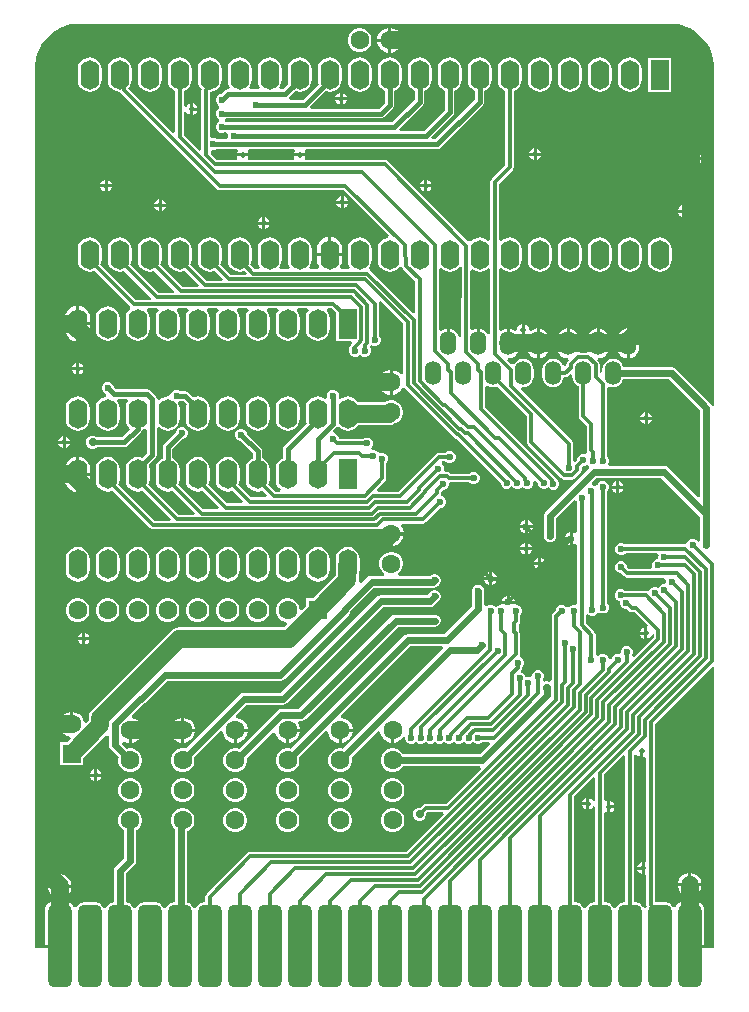
<source format=gbl>
G04*
G04 #@! TF.GenerationSoftware,Altium Limited,Altium Designer,21.1.1 (26)*
G04*
G04 Layer_Physical_Order=2*
G04 Layer_Color=16711680*
%FSLAX25Y25*%
%MOIN*%
G70*
G04*
G04 #@! TF.SameCoordinates,4EBEE0B8-8E4E-43C0-80E5-A374C2A04DA5*
G04*
G04*
G04 #@! TF.FilePolarity,Positive*
G04*
G01*
G75*
%ADD13C,0.02362*%
G04:AMPARAMS|DCode=36|XSize=78.74mil|YSize=275.59mil|CornerRadius=19.68mil|HoleSize=0mil|Usage=FLASHONLY|Rotation=0.000|XOffset=0mil|YOffset=0mil|HoleType=Round|Shape=RoundedRectangle|*
%AMROUNDEDRECTD36*
21,1,0.07874,0.23622,0,0,0.0*
21,1,0.03937,0.27559,0,0,0.0*
1,1,0.03937,0.01968,-0.11811*
1,1,0.03937,-0.01968,-0.11811*
1,1,0.03937,-0.01968,0.11811*
1,1,0.03937,0.01968,0.11811*
%
%ADD36ROUNDEDRECTD36*%
%ADD37C,0.01181*%
%ADD38C,0.05906*%
%ADD39C,0.01575*%
%ADD41O,0.05512X0.07874*%
%ADD42C,0.06299*%
%ADD43R,0.06299X0.06299*%
%ADD44O,0.06299X0.09843*%
%ADD45R,0.06299X0.09843*%
%ADD46R,0.06299X0.06299*%
%ADD47C,0.01968*%
%ADD48C,0.02362*%
%ADD49C,0.02756*%
%ADD50C,0.05906*%
G36*
X15700Y327180D02*
X212700D01*
X213662Y327180D01*
X215570Y326929D01*
X217429Y326431D01*
X219207Y325695D01*
X220873Y324732D01*
X222400Y323561D01*
X223761Y322200D01*
X224933Y320673D01*
X225895Y319007D01*
X226631Y317229D01*
X227129Y315370D01*
X227380Y313462D01*
X227380Y312500D01*
X227380Y199851D01*
X226593Y199773D01*
X226554Y199968D01*
X226119Y200619D01*
X214619Y212119D01*
X213968Y212554D01*
X213200Y212707D01*
X197165D01*
X197152Y212806D01*
X196795Y213668D01*
X196227Y214408D01*
X195487Y214976D01*
X194625Y215333D01*
X193700Y215455D01*
X192775Y215333D01*
X191913Y214976D01*
X191173Y214408D01*
X190605Y213668D01*
X190248Y212806D01*
X190126Y211881D01*
Y211186D01*
X189339Y210765D01*
X189239Y210832D01*
Y213593D01*
X189132Y214131D01*
X188827Y214587D01*
X188444Y214970D01*
X188620Y215494D01*
X188786Y215742D01*
X189681Y215860D01*
X190594Y216238D01*
X191379Y216840D01*
X191981Y217625D01*
X192359Y218538D01*
X192488Y219519D01*
Y220200D01*
X188700D01*
X184912D01*
Y219519D01*
X185041Y218538D01*
X185178Y218207D01*
X184652Y217420D01*
X182748D01*
X182222Y218207D01*
X182359Y218538D01*
X182488Y219519D01*
Y220200D01*
X178700D01*
X174912D01*
Y219519D01*
X175041Y218538D01*
X175419Y217625D01*
X176021Y216840D01*
X176806Y216238D01*
X177719Y215860D01*
X178614Y215742D01*
X178780Y215494D01*
X178956Y214970D01*
X178573Y214587D01*
X178268Y214131D01*
X178161Y213593D01*
Y213527D01*
X177765Y213217D01*
X176881Y213461D01*
X176795Y213668D01*
X176227Y214408D01*
X175487Y214976D01*
X174625Y215333D01*
X173700Y215455D01*
X172775Y215333D01*
X171913Y214976D01*
X171173Y214408D01*
X170605Y213668D01*
X170248Y212806D01*
X170126Y211881D01*
Y209519D01*
X170248Y208594D01*
X170605Y207732D01*
X171173Y206992D01*
X171913Y206424D01*
X172775Y206067D01*
X173700Y205945D01*
X174625Y206067D01*
X175487Y206424D01*
X176227Y206992D01*
X176795Y207732D01*
X177152Y208594D01*
X177244Y209295D01*
X177755D01*
X178293Y209402D01*
X178749Y209707D01*
X179399Y210357D01*
X180126Y210055D01*
Y209519D01*
X180248Y208594D01*
X180605Y207732D01*
X181173Y206992D01*
X181913Y206424D01*
X182295Y206266D01*
Y196416D01*
X182402Y195879D01*
X182706Y195423D01*
X184949Y193181D01*
Y185020D01*
X185055Y184482D01*
X185121Y184384D01*
X185042Y184114D01*
X184147Y183653D01*
X183364D01*
X182640Y183353D01*
X182086Y182799D01*
X181787Y182076D01*
Y181703D01*
X181262Y181178D01*
X180475Y181504D01*
Y187059D01*
X180368Y187596D01*
X180063Y188052D01*
X162854Y205262D01*
X163221Y206008D01*
X163700Y205945D01*
X164625Y206067D01*
X165487Y206424D01*
X166227Y206992D01*
X166795Y207732D01*
X167152Y208594D01*
X167274Y209519D01*
Y211881D01*
X167152Y212806D01*
X166795Y213668D01*
X166227Y214408D01*
X165487Y214976D01*
X164625Y215333D01*
X163700Y215455D01*
X162775Y215333D01*
X161913Y214976D01*
X161173Y214408D01*
X160715Y213812D01*
X159829Y213585D01*
X158444Y214970D01*
X158620Y215494D01*
X158786Y215742D01*
X159680Y215860D01*
X160594Y216238D01*
X161379Y216840D01*
X161981Y217625D01*
X162359Y218538D01*
X162488Y219519D01*
Y220200D01*
X158700D01*
Y220700D01*
X158200D01*
Y225604D01*
X157720Y225540D01*
X156806Y225162D01*
X156392Y224845D01*
X155605Y225233D01*
Y245353D01*
X156392Y245620D01*
X157214Y244989D01*
X158172Y244593D01*
X159200Y244457D01*
X160228Y244593D01*
X161186Y244989D01*
X162008Y245620D01*
X162639Y246443D01*
X163036Y247401D01*
X163171Y248428D01*
Y251972D01*
X163036Y252999D01*
X162639Y253957D01*
X162008Y254780D01*
X161186Y255411D01*
X160228Y255807D01*
X159200Y255943D01*
X158172Y255807D01*
X157214Y255411D01*
X156392Y254780D01*
X155605Y255047D01*
Y273800D01*
X160194Y278389D01*
X160498Y278844D01*
X160605Y279382D01*
Y304749D01*
X161186Y304989D01*
X162008Y305620D01*
X162639Y306443D01*
X163036Y307401D01*
X163171Y308428D01*
Y311972D01*
X163036Y312999D01*
X162639Y313957D01*
X162008Y314780D01*
X161186Y315411D01*
X160228Y315807D01*
X159200Y315943D01*
X158172Y315807D01*
X157214Y315411D01*
X156392Y314780D01*
X155761Y313957D01*
X155364Y312999D01*
X155229Y311972D01*
Y308428D01*
X155364Y307401D01*
X155761Y306443D01*
X156392Y305620D01*
X157214Y304989D01*
X157795Y304749D01*
Y279964D01*
X153207Y275376D01*
X152902Y274920D01*
X152795Y274382D01*
Y255047D01*
X152008Y254780D01*
X151186Y255411D01*
X150228Y255807D01*
X149200Y255943D01*
X148172Y255807D01*
X147214Y255411D01*
X146392Y254780D01*
X146282Y254636D01*
X145273Y254614D01*
X118569Y281318D01*
X118113Y281623D01*
X117576Y281730D01*
X91334D01*
X91130Y282029D01*
X90934Y282517D01*
X91141Y283015D01*
X87259D01*
X87466Y282517D01*
X87270Y282029D01*
X87066Y281730D01*
X72334D01*
X72130Y282029D01*
X71934Y282517D01*
X72141Y283015D01*
X68259D01*
X68466Y282517D01*
X68270Y282029D01*
X68066Y281730D01*
X61658D01*
X59534Y283854D01*
X59594Y284758D01*
X60053Y285081D01*
X60836D01*
X61559Y285381D01*
X61622Y285444D01*
X68209D01*
X68535Y284656D01*
X68518Y284639D01*
X68259Y284015D01*
X72141D01*
X71882Y284639D01*
X71865Y284656D01*
X72191Y285444D01*
X87209D01*
X87535Y284656D01*
X87518Y284639D01*
X87259Y284015D01*
X91141D01*
X90882Y284639D01*
X90865Y284656D01*
X91191Y285444D01*
X135049D01*
X135049Y285444D01*
X135664Y285566D01*
X136185Y285914D01*
X150335Y300065D01*
X150335Y300065D01*
X150683Y300586D01*
X150806Y301200D01*
X150806Y301200D01*
Y304832D01*
X151186Y304989D01*
X152008Y305620D01*
X152639Y306443D01*
X153036Y307401D01*
X153171Y308428D01*
Y311972D01*
X153036Y312999D01*
X152639Y313957D01*
X152008Y314780D01*
X151186Y315411D01*
X150228Y315807D01*
X149200Y315943D01*
X148172Y315807D01*
X147214Y315411D01*
X146392Y314780D01*
X145761Y313957D01*
X145364Y312999D01*
X145229Y311972D01*
Y308428D01*
X145364Y307401D01*
X145761Y306443D01*
X146392Y305620D01*
X147214Y304989D01*
X147594Y304832D01*
Y301865D01*
X134384Y288655D01*
X133455D01*
X133153Y289383D01*
X140335Y296565D01*
X140335Y296565D01*
X140683Y297085D01*
X140806Y297700D01*
X140806Y297700D01*
Y304832D01*
X141185Y304989D01*
X142008Y305620D01*
X142639Y306443D01*
X143036Y307401D01*
X143171Y308428D01*
Y311972D01*
X143036Y312999D01*
X142639Y313957D01*
X142008Y314780D01*
X141185Y315411D01*
X140228Y315807D01*
X139200Y315943D01*
X138172Y315807D01*
X137215Y315411D01*
X136392Y314780D01*
X135761Y313957D01*
X135364Y312999D01*
X135229Y311972D01*
Y308428D01*
X135364Y307401D01*
X135761Y306443D01*
X136392Y305620D01*
X137215Y304989D01*
X137594Y304832D01*
Y298365D01*
X130535Y291306D01*
X122690D01*
X122364Y292093D01*
X130335Y300065D01*
X130335Y300065D01*
X130683Y300586D01*
X130806Y301200D01*
X130806Y301200D01*
Y304832D01*
X131185Y304989D01*
X132008Y305620D01*
X132639Y306443D01*
X133036Y307401D01*
X133171Y308428D01*
Y311972D01*
X133036Y312999D01*
X132639Y313957D01*
X132008Y314780D01*
X131185Y315411D01*
X130228Y315807D01*
X129200Y315943D01*
X128172Y315807D01*
X127215Y315411D01*
X126392Y314780D01*
X125761Y313957D01*
X125364Y312999D01*
X125229Y311972D01*
Y308428D01*
X125364Y307401D01*
X125761Y306443D01*
X126392Y305620D01*
X127215Y304989D01*
X127594Y304832D01*
Y301865D01*
X120035Y294306D01*
X64378D01*
X64315Y294369D01*
X64218Y295257D01*
X64622Y295606D01*
X116211D01*
X116211Y295606D01*
X116826Y295728D01*
X117347Y296076D01*
X120335Y299065D01*
X120335Y299065D01*
X120683Y299586D01*
X120806Y300200D01*
Y304832D01*
X121186Y304989D01*
X122008Y305620D01*
X122639Y306443D01*
X123036Y307401D01*
X123171Y308428D01*
Y311972D01*
X123036Y312999D01*
X122639Y313957D01*
X122008Y314780D01*
X121186Y315411D01*
X120228Y315807D01*
X119200Y315943D01*
X118172Y315807D01*
X117215Y315411D01*
X116392Y314780D01*
X115761Y313957D01*
X115364Y312999D01*
X115229Y311972D01*
Y308428D01*
X115364Y307401D01*
X115761Y306443D01*
X116392Y305620D01*
X117215Y304989D01*
X117594Y304832D01*
Y300865D01*
X115546Y298817D01*
X92973D01*
X92647Y299604D01*
X97792Y304750D01*
X98172Y304593D01*
X99200Y304457D01*
X100228Y304593D01*
X101186Y304989D01*
X102008Y305620D01*
X102639Y306443D01*
X103036Y307401D01*
X103171Y308428D01*
Y311972D01*
X103036Y312999D01*
X102639Y313957D01*
X102008Y314780D01*
X101186Y315411D01*
X100228Y315807D01*
X99200Y315943D01*
X98172Y315807D01*
X97215Y315411D01*
X96392Y314780D01*
X95761Y313957D01*
X95364Y312999D01*
X95229Y311972D01*
Y308428D01*
X95364Y307401D01*
X95522Y307021D01*
X90307Y301806D01*
X85888D01*
X85642Y302471D01*
X85635Y302593D01*
X87792Y304750D01*
X88172Y304593D01*
X89200Y304457D01*
X90228Y304593D01*
X91185Y304989D01*
X92008Y305620D01*
X92639Y306443D01*
X93036Y307401D01*
X93171Y308428D01*
Y311972D01*
X93036Y312999D01*
X92639Y313957D01*
X92008Y314780D01*
X91185Y315411D01*
X90228Y315807D01*
X89200Y315943D01*
X88172Y315807D01*
X87214Y315411D01*
X86392Y314780D01*
X85761Y313957D01*
X85364Y312999D01*
X85229Y311972D01*
Y308428D01*
X85364Y307401D01*
X85522Y307021D01*
X83807Y305306D01*
X82759D01*
X82371Y306093D01*
X82639Y306443D01*
X83036Y307401D01*
X83171Y308428D01*
Y311972D01*
X83036Y312999D01*
X82639Y313957D01*
X82008Y314780D01*
X81186Y315411D01*
X80228Y315807D01*
X79200Y315943D01*
X78172Y315807D01*
X77214Y315411D01*
X76392Y314780D01*
X75761Y313957D01*
X75364Y312999D01*
X75229Y311972D01*
Y308428D01*
X75364Y307401D01*
X75761Y306443D01*
X76029Y306093D01*
X75641Y305306D01*
X72759D01*
X72371Y306093D01*
X72639Y306443D01*
X73036Y307401D01*
X73171Y308428D01*
Y311972D01*
X73036Y312999D01*
X72639Y313957D01*
X72008Y314780D01*
X71185Y315411D01*
X70228Y315807D01*
X69200Y315943D01*
X68172Y315807D01*
X67215Y315411D01*
X66392Y314780D01*
X65761Y313957D01*
X65364Y312999D01*
X65229Y311972D01*
Y308428D01*
X65364Y307401D01*
X65761Y306443D01*
X66029Y306093D01*
X65641Y305306D01*
X65200D01*
X65200Y305306D01*
X64586Y305183D01*
X64065Y304835D01*
X64065Y304835D01*
X62898Y303668D01*
X62808D01*
X62085Y303369D01*
X61531Y302815D01*
X61231Y302092D01*
Y301308D01*
X61531Y300585D01*
X62085Y300031D01*
X62446Y299882D01*
Y299029D01*
X62085Y298880D01*
X61531Y298326D01*
X61231Y297603D01*
Y296820D01*
X61531Y296096D01*
X62085Y295543D01*
X62473Y295382D01*
Y294530D01*
X62085Y294369D01*
X61531Y293815D01*
X61231Y293092D01*
Y292308D01*
X61531Y291585D01*
X62085Y291031D01*
X62808Y290732D01*
X63592D01*
X64315Y291031D01*
X65007Y290711D01*
X65277Y290307D01*
X65232Y290197D01*
Y289414D01*
X64693Y288655D01*
X61622D01*
X61559Y288718D01*
X60836Y289018D01*
X60053D01*
X59290Y289554D01*
Y304469D01*
X60228Y304593D01*
X61185Y304989D01*
X62008Y305620D01*
X62639Y306443D01*
X63036Y307401D01*
X63171Y308428D01*
Y311972D01*
X63036Y312999D01*
X62639Y313957D01*
X62008Y314780D01*
X61185Y315411D01*
X60228Y315807D01*
X59200Y315943D01*
X58172Y315807D01*
X57214Y315411D01*
X56392Y314780D01*
X55761Y313957D01*
X55364Y312999D01*
X55229Y311972D01*
Y308428D01*
X55364Y307401D01*
X55761Y306443D01*
X56392Y305620D01*
X56545Y305503D01*
X56480Y305177D01*
Y285152D01*
X55753Y284850D01*
X54224Y286379D01*
X54224Y286379D01*
X50605Y289998D01*
Y297722D01*
X51392Y297879D01*
X51518Y297576D01*
X52076Y297018D01*
X52700Y296759D01*
Y298700D01*
Y300641D01*
X52076Y300382D01*
X51518Y299824D01*
X51392Y299521D01*
X50605Y299678D01*
Y304749D01*
X51186Y304989D01*
X52008Y305620D01*
X52639Y306443D01*
X53036Y307401D01*
X53171Y308428D01*
Y311972D01*
X53036Y312999D01*
X52639Y313957D01*
X52008Y314780D01*
X51186Y315411D01*
X50228Y315807D01*
X49200Y315943D01*
X48172Y315807D01*
X47214Y315411D01*
X46392Y314780D01*
X45761Y313957D01*
X45364Y312999D01*
X45229Y311972D01*
Y308428D01*
X45364Y307401D01*
X45761Y306443D01*
X46392Y305620D01*
X47214Y304989D01*
X47795Y304749D01*
Y291053D01*
X47068Y290752D01*
X32091Y305728D01*
X32639Y306443D01*
X33036Y307401D01*
X33171Y308428D01*
Y311972D01*
X33036Y312999D01*
X32639Y313957D01*
X32008Y314780D01*
X31185Y315411D01*
X30228Y315807D01*
X29200Y315943D01*
X28172Y315807D01*
X27215Y315411D01*
X26392Y314780D01*
X25761Y313957D01*
X25364Y312999D01*
X25229Y311972D01*
Y308428D01*
X25364Y307401D01*
X25761Y306443D01*
X26392Y305620D01*
X27215Y304989D01*
X28172Y304593D01*
X29200Y304457D01*
X29440Y304489D01*
X29607Y304238D01*
X61639Y272207D01*
X62095Y271902D01*
X62632Y271795D01*
X103793D01*
X118892Y256696D01*
X118609Y255865D01*
X118172Y255807D01*
X117215Y255411D01*
X116392Y254780D01*
X115761Y253957D01*
X115364Y252999D01*
X115229Y251972D01*
Y248428D01*
X115364Y247401D01*
X115761Y246443D01*
X116392Y245620D01*
X117215Y244989D01*
X118172Y244593D01*
X119200Y244457D01*
X120228Y244593D01*
X121186Y244989D01*
X122008Y245620D01*
X122518Y246285D01*
X123095Y246241D01*
X123352Y246127D01*
X123374Y246015D01*
X123679Y245560D01*
X127795Y241443D01*
Y230905D01*
X127068Y230603D01*
X112777Y244894D01*
X112525Y245062D01*
X112509Y245079D01*
X112308Y245792D01*
X112303Y246005D01*
X112639Y246443D01*
X113036Y247401D01*
X113171Y248428D01*
Y251972D01*
X113036Y252999D01*
X112639Y253957D01*
X112008Y254780D01*
X111186Y255411D01*
X110228Y255807D01*
X109200Y255943D01*
X108172Y255807D01*
X107214Y255411D01*
X106392Y254780D01*
X105761Y253957D01*
X105364Y252999D01*
X105229Y251972D01*
Y248428D01*
X105364Y247401D01*
X105761Y246443D01*
X106029Y246093D01*
X105641Y245306D01*
X103027D01*
X102639Y246093D01*
X102825Y246336D01*
X103243Y247345D01*
X103385Y248428D01*
Y249700D01*
X99200D01*
X95015D01*
Y248428D01*
X95157Y247345D01*
X95575Y246336D01*
X95761Y246093D01*
X95373Y245306D01*
X92759D01*
X92371Y246093D01*
X92639Y246443D01*
X93036Y247401D01*
X93171Y248428D01*
Y251972D01*
X93036Y252999D01*
X92639Y253957D01*
X92008Y254780D01*
X91185Y255411D01*
X90228Y255807D01*
X89200Y255943D01*
X88172Y255807D01*
X87214Y255411D01*
X86392Y254780D01*
X85761Y253957D01*
X85364Y252999D01*
X85229Y251972D01*
Y248428D01*
X85364Y247401D01*
X85761Y246443D01*
X86029Y246093D01*
X85641Y245306D01*
X82759D01*
X82371Y246093D01*
X82639Y246443D01*
X83036Y247401D01*
X83171Y248428D01*
Y251972D01*
X83036Y252999D01*
X82639Y253957D01*
X82008Y254780D01*
X81186Y255411D01*
X80228Y255807D01*
X79200Y255943D01*
X78172Y255807D01*
X77214Y255411D01*
X76392Y254780D01*
X75761Y253957D01*
X75364Y252999D01*
X75229Y251972D01*
Y248428D01*
X75364Y247401D01*
X75761Y246443D01*
X76029Y246093D01*
X75641Y245306D01*
X74309D01*
X72795Y246820D01*
X73036Y247401D01*
X73171Y248428D01*
Y251972D01*
X73036Y252999D01*
X72639Y253957D01*
X72008Y254780D01*
X71185Y255411D01*
X70228Y255807D01*
X69200Y255943D01*
X68172Y255807D01*
X67215Y255411D01*
X66392Y254780D01*
X65761Y253957D01*
X65364Y252999D01*
X65229Y251972D01*
Y248428D01*
X65364Y247401D01*
X65761Y246443D01*
X66392Y245620D01*
X67215Y244989D01*
X68172Y244593D01*
X69200Y244457D01*
X70228Y244593D01*
X70808Y244833D01*
X71577Y244065D01*
X71275Y243337D01*
X66278D01*
X62795Y246820D01*
X63036Y247401D01*
X63171Y248428D01*
Y251972D01*
X63036Y252999D01*
X62639Y253957D01*
X62008Y254780D01*
X61185Y255411D01*
X60228Y255807D01*
X59200Y255943D01*
X58172Y255807D01*
X57214Y255411D01*
X56392Y254780D01*
X55761Y253957D01*
X55364Y252999D01*
X55229Y251972D01*
Y248428D01*
X55364Y247401D01*
X55761Y246443D01*
X56392Y245620D01*
X57214Y244989D01*
X58172Y244593D01*
X59200Y244457D01*
X60228Y244593D01*
X60808Y244833D01*
X63545Y242096D01*
X63244Y241369D01*
X58246D01*
X52795Y246820D01*
X53036Y247401D01*
X53171Y248428D01*
Y251972D01*
X53036Y252999D01*
X52639Y253957D01*
X52008Y254780D01*
X51186Y255411D01*
X50228Y255807D01*
X49200Y255943D01*
X48172Y255807D01*
X47214Y255411D01*
X46392Y254780D01*
X45761Y253957D01*
X45364Y252999D01*
X45229Y251972D01*
Y248428D01*
X45364Y247401D01*
X45761Y246443D01*
X46392Y245620D01*
X47214Y244989D01*
X48172Y244593D01*
X49200Y244457D01*
X50228Y244593D01*
X50808Y244833D01*
X55514Y240128D01*
X55212Y239400D01*
X50215D01*
X42795Y246820D01*
X43036Y247401D01*
X43171Y248428D01*
Y251972D01*
X43036Y252999D01*
X42639Y253957D01*
X42008Y254780D01*
X41186Y255411D01*
X40228Y255807D01*
X39200Y255943D01*
X38172Y255807D01*
X37214Y255411D01*
X36392Y254780D01*
X35761Y253957D01*
X35364Y252999D01*
X35229Y251972D01*
Y248428D01*
X35364Y247401D01*
X35761Y246443D01*
X36392Y245620D01*
X37214Y244989D01*
X38172Y244593D01*
X39200Y244457D01*
X40228Y244593D01*
X40808Y244833D01*
X47482Y238159D01*
X47181Y237432D01*
X42184D01*
X32795Y246820D01*
X33036Y247401D01*
X33171Y248428D01*
Y251972D01*
X33036Y252999D01*
X32639Y253957D01*
X32008Y254780D01*
X31185Y255411D01*
X30228Y255807D01*
X29200Y255943D01*
X28172Y255807D01*
X27215Y255411D01*
X26392Y254780D01*
X25761Y253957D01*
X25364Y252999D01*
X25229Y251972D01*
Y248428D01*
X25364Y247401D01*
X25761Y246443D01*
X26392Y245620D01*
X27215Y244989D01*
X28172Y244593D01*
X29200Y244457D01*
X30228Y244593D01*
X30808Y244833D01*
X39809Y235832D01*
X39508Y235105D01*
X34510D01*
X22795Y246820D01*
X23036Y247401D01*
X23171Y248428D01*
Y251972D01*
X23036Y252999D01*
X22639Y253957D01*
X22008Y254780D01*
X21185Y255411D01*
X20228Y255807D01*
X19200Y255943D01*
X18172Y255807D01*
X17214Y255411D01*
X16392Y254780D01*
X15761Y253957D01*
X15364Y252999D01*
X15229Y251972D01*
Y248428D01*
X15364Y247401D01*
X15761Y246443D01*
X16392Y245620D01*
X17214Y244989D01*
X18172Y244593D01*
X19200Y244457D01*
X20228Y244593D01*
X20808Y244833D01*
X32662Y232979D01*
X32696Y232123D01*
X32631Y231963D01*
X32392Y231780D01*
X31761Y230957D01*
X31364Y229999D01*
X31229Y228972D01*
Y225428D01*
X31364Y224401D01*
X31761Y223443D01*
X32392Y222620D01*
X33215Y221989D01*
X34172Y221593D01*
X35200Y221457D01*
X36228Y221593D01*
X37185Y221989D01*
X38008Y222620D01*
X38639Y223443D01*
X39036Y224401D01*
X39171Y225428D01*
Y228972D01*
X39036Y229999D01*
X38639Y230957D01*
X38217Y231508D01*
X38570Y232295D01*
X41830D01*
X42183Y231508D01*
X41761Y230957D01*
X41364Y229999D01*
X41229Y228972D01*
Y225428D01*
X41364Y224401D01*
X41761Y223443D01*
X42392Y222620D01*
X43214Y221989D01*
X44172Y221593D01*
X45200Y221457D01*
X46228Y221593D01*
X47186Y221989D01*
X48008Y222620D01*
X48639Y223443D01*
X49036Y224401D01*
X49171Y225428D01*
Y228972D01*
X49036Y229999D01*
X48639Y230957D01*
X48217Y231508D01*
X48570Y232295D01*
X51830D01*
X52184Y231508D01*
X51761Y230957D01*
X51364Y229999D01*
X51229Y228972D01*
Y225428D01*
X51364Y224401D01*
X51761Y223443D01*
X52392Y222620D01*
X53215Y221989D01*
X54172Y221593D01*
X55200Y221457D01*
X56228Y221593D01*
X57186Y221989D01*
X58008Y222620D01*
X58639Y223443D01*
X59036Y224401D01*
X59171Y225428D01*
Y228972D01*
X59036Y229999D01*
X58639Y230957D01*
X58217Y231508D01*
X58570Y232295D01*
X61830D01*
X62183Y231508D01*
X61761Y230957D01*
X61364Y229999D01*
X61229Y228972D01*
Y225428D01*
X61364Y224401D01*
X61761Y223443D01*
X62392Y222620D01*
X63214Y221989D01*
X64172Y221593D01*
X65200Y221457D01*
X66228Y221593D01*
X67185Y221989D01*
X68008Y222620D01*
X68639Y223443D01*
X69036Y224401D01*
X69171Y225428D01*
Y228972D01*
X69036Y229999D01*
X68639Y230957D01*
X68217Y231508D01*
X68570Y232295D01*
X71830D01*
X72184Y231508D01*
X71761Y230957D01*
X71364Y229999D01*
X71229Y228972D01*
Y225428D01*
X71364Y224401D01*
X71761Y223443D01*
X72392Y222620D01*
X73215Y221989D01*
X74172Y221593D01*
X75200Y221457D01*
X76228Y221593D01*
X77185Y221989D01*
X78008Y222620D01*
X78639Y223443D01*
X79036Y224401D01*
X79171Y225428D01*
Y228972D01*
X79036Y229999D01*
X78639Y230957D01*
X78216Y231508D01*
X78570Y232295D01*
X81830D01*
X82183Y231508D01*
X81761Y230957D01*
X81364Y229999D01*
X81229Y228972D01*
Y225428D01*
X81364Y224401D01*
X81761Y223443D01*
X82392Y222620D01*
X83214Y221989D01*
X84172Y221593D01*
X85200Y221457D01*
X86228Y221593D01*
X87186Y221989D01*
X88008Y222620D01*
X88639Y223443D01*
X89036Y224401D01*
X89171Y225428D01*
Y228972D01*
X89036Y229999D01*
X88639Y230957D01*
X88217Y231508D01*
X88570Y232295D01*
X91830D01*
X92184Y231508D01*
X91761Y230957D01*
X91364Y229999D01*
X91229Y228972D01*
Y225428D01*
X91364Y224401D01*
X91761Y223443D01*
X92392Y222620D01*
X93214Y221989D01*
X94172Y221593D01*
X95200Y221457D01*
X96228Y221593D01*
X97185Y221989D01*
X98008Y222620D01*
X98639Y223443D01*
X99036Y224401D01*
X99171Y225428D01*
Y228972D01*
X99036Y229999D01*
X98639Y230957D01*
X98192Y231540D01*
X98501Y232295D01*
X98532Y232327D01*
X99857D01*
X101263Y230922D01*
Y221491D01*
X106484D01*
X106785Y220764D01*
X106215Y220193D01*
X105910Y219738D01*
X105803Y219200D01*
Y219071D01*
X105863Y218768D01*
X105791Y218592D01*
Y217808D01*
X106090Y217085D01*
X106644Y216531D01*
X107368Y216231D01*
X108151D01*
X108874Y216531D01*
X109334Y216991D01*
X109794Y216531D01*
X110517Y216231D01*
X111300D01*
X112024Y216531D01*
X112577Y217085D01*
X112877Y217808D01*
Y218592D01*
X112591Y219282D01*
X112693Y219511D01*
X112990Y220016D01*
X113140Y220031D01*
X113864Y219731D01*
X114647D01*
X115370Y220031D01*
X115924Y220585D01*
X116224Y221308D01*
Y222092D01*
X115924Y222815D01*
X115660Y223079D01*
Y233732D01*
X115559Y234241D01*
X115596Y234298D01*
X116208Y234705D01*
X123795Y227118D01*
Y210481D01*
X123068Y210262D01*
X123008Y210261D01*
X122248Y211020D01*
X121302Y211567D01*
X120246Y211850D01*
X120200D01*
Y207700D01*
X119700D01*
D01*
X120200D01*
Y203550D01*
X120246D01*
X121302Y203833D01*
X122248Y204380D01*
X123021Y205152D01*
X123274Y205591D01*
X124200Y205621D01*
X124206Y205611D01*
X140540Y189278D01*
X140996Y188973D01*
X141476Y188878D01*
X156231Y174122D01*
Y173749D01*
X156531Y173025D01*
X157085Y172472D01*
X157808Y172172D01*
X158592D01*
X159315Y172472D01*
X159436Y172592D01*
X160012Y172921D01*
X160464Y172592D01*
X160644Y172412D01*
X161368Y172113D01*
X162151D01*
X162875Y172412D01*
X163337Y172874D01*
X163472Y172847D01*
X164026Y172294D01*
X164749Y171994D01*
X165533D01*
X166256Y172294D01*
X166810Y172847D01*
X167109Y173571D01*
Y174354D01*
X167048Y174502D01*
X167716Y174948D01*
X168708Y173956D01*
Y173583D01*
X169007Y172860D01*
X169561Y172306D01*
X170284Y172006D01*
X171068D01*
X171791Y172306D01*
X172182Y172697D01*
X172708Y172172D01*
X173431Y171872D01*
X174214D01*
X174938Y172172D01*
X175492Y172725D01*
X175791Y173449D01*
Y174232D01*
X175492Y174956D01*
X174938Y175509D01*
X174436Y175717D01*
X174229Y176028D01*
X150971Y199285D01*
Y206154D01*
X151759Y206542D01*
X151913Y206424D01*
X152775Y206067D01*
X153700Y205945D01*
X154625Y206067D01*
X155096Y206262D01*
X164918Y196441D01*
Y187786D01*
X165024Y187248D01*
X165329Y186792D01*
X176474Y175647D01*
X176930Y175343D01*
X177467Y175236D01*
X180130D01*
X180668Y175343D01*
X181123Y175647D01*
X182823Y177347D01*
X183128Y177803D01*
X183235Y178340D01*
Y179177D01*
X183774Y179716D01*
X184147D01*
X184870Y180015D01*
X185717Y179749D01*
X185761Y179659D01*
X185666Y179004D01*
X171281Y164619D01*
X170846Y163968D01*
X170693Y163200D01*
Y156259D01*
X170731Y156065D01*
Y155868D01*
X170807Y155685D01*
X170846Y155491D01*
X170956Y155327D01*
X171031Y155144D01*
X171171Y155004D01*
X171281Y154840D01*
X171445Y154730D01*
X171585Y154590D01*
X171768Y154515D01*
X171932Y154405D01*
X172126Y154366D01*
X172308Y154291D01*
X172506D01*
X172700Y154252D01*
X172894Y154291D01*
X173092D01*
X173274Y154366D01*
X173468Y154405D01*
X173632Y154515D01*
X173815Y154590D01*
X173955Y154730D01*
X174119Y154840D01*
X174229Y155004D01*
X174369Y155144D01*
X174444Y155327D01*
X174554Y155491D01*
X174593Y155685D01*
X174669Y155868D01*
Y156065D01*
X174707Y156259D01*
Y162369D01*
X180604Y168266D01*
X181531Y168085D01*
X181795Y167821D01*
Y157677D01*
X181008Y157351D01*
X180936Y157423D01*
X180200Y157728D01*
Y155574D01*
Y153420D01*
X180936Y153725D01*
X181008Y153797D01*
X181795Y153471D01*
Y134034D01*
X181033Y133497D01*
X180249D01*
X179526Y133198D01*
X178972Y132644D01*
X178773Y132639D01*
X178132Y132674D01*
X177626Y133180D01*
X176903Y133479D01*
X176119D01*
X175396Y133180D01*
X174842Y132626D01*
X174542Y131903D01*
Y131529D01*
X173679Y130666D01*
X173374Y130210D01*
X173268Y129673D01*
Y108349D01*
X172480Y107846D01*
X172131Y107991D01*
X171269D01*
X170829Y107809D01*
X170671Y107899D01*
X170306Y108648D01*
X170606Y109371D01*
Y110154D01*
X170306Y110878D01*
X169752Y111432D01*
X169029Y111732D01*
X168245D01*
X167522Y111432D01*
X166968Y110878D01*
X166668Y110154D01*
Y109821D01*
X165919Y109279D01*
X165682Y109378D01*
X164899D01*
X164576Y109244D01*
X164490Y109302D01*
X164190Y110025D01*
X163636Y110579D01*
X163220Y110751D01*
X163020Y111198D01*
X162951Y111516D01*
X162959Y111647D01*
X163179Y111976D01*
X163270Y112432D01*
X163776Y112938D01*
X164076Y113661D01*
Y114444D01*
X163776Y115168D01*
X163223Y115722D01*
X162905Y115854D01*
X162519Y116621D01*
X162525Y116798D01*
X162605Y117200D01*
Y123977D01*
X162498Y124515D01*
X162194Y124971D01*
X162168Y124996D01*
Y126926D01*
X162347Y127105D01*
X162652Y127560D01*
X162759Y128098D01*
Y130132D01*
X163022Y130396D01*
X163322Y131120D01*
Y131903D01*
X163022Y132626D01*
X162469Y133180D01*
X161745Y133479D01*
X161642D01*
X161074Y133861D01*
X156507D01*
X155935Y133507D01*
X155844D01*
X155120Y133207D01*
X155077Y133164D01*
X154562Y132658D01*
X154048Y133164D01*
X154004Y133207D01*
X153280Y133507D01*
X152497D01*
X151774Y133207D01*
X151495Y132928D01*
X150707Y133254D01*
Y138200D01*
X150669Y138394D01*
Y138592D01*
X150593Y138774D01*
X150554Y138968D01*
X150444Y139132D01*
X150369Y139315D01*
X150229Y139455D01*
X150119Y139619D01*
X149955Y139729D01*
X149815Y139869D01*
X149632Y139945D01*
X149468Y140054D01*
X149274Y140093D01*
X149092Y140168D01*
X148894D01*
X148700Y140207D01*
X148506Y140168D01*
X148308D01*
X148126Y140093D01*
X147932Y140054D01*
X147768Y139945D01*
X147585Y139869D01*
X147445Y139729D01*
X147281Y139619D01*
X147171Y139455D01*
X147031Y139315D01*
X146956Y139132D01*
X146846Y138968D01*
X146807Y138774D01*
X146731Y138592D01*
Y138394D01*
X146693Y138200D01*
Y133031D01*
X137369Y123707D01*
X125200D01*
X124432Y123554D01*
X123781Y123119D01*
X86176Y85514D01*
X85718Y85637D01*
X84682D01*
X83680Y85369D01*
X82783Y84850D01*
X82050Y84117D01*
X81531Y83220D01*
X81263Y82218D01*
Y81182D01*
X81531Y80180D01*
X82050Y79283D01*
X82783Y78550D01*
X83680Y78031D01*
X84682Y77763D01*
X85718D01*
X86720Y78031D01*
X87617Y78550D01*
X88350Y79283D01*
X88869Y80180D01*
X89137Y81182D01*
Y82218D01*
X89014Y82676D01*
X97823Y91484D01*
X98194Y91331D01*
X98562Y91110D01*
X98833Y90098D01*
X99379Y89152D01*
X100152Y88380D01*
X101098Y87833D01*
X102154Y87550D01*
X102200D01*
Y91700D01*
X102700D01*
Y92200D01*
X106850D01*
Y92246D01*
X106567Y93302D01*
X106020Y94248D01*
X105248Y95021D01*
X104302Y95567D01*
X103290Y95838D01*
X103069Y96206D01*
X102916Y96577D01*
X126031Y119693D01*
X136826D01*
X137127Y118965D01*
X103676Y85514D01*
X103218Y85637D01*
X102182D01*
X101180Y85369D01*
X100283Y84850D01*
X99550Y84117D01*
X99031Y83220D01*
X98763Y82218D01*
Y81182D01*
X99031Y80180D01*
X99550Y79283D01*
X100283Y78550D01*
X101180Y78031D01*
X102182Y77763D01*
X103218D01*
X104220Y78031D01*
X105117Y78550D01*
X105850Y79283D01*
X106369Y80180D01*
X106637Y81182D01*
Y82218D01*
X106514Y82676D01*
X115323Y91484D01*
X115694Y91331D01*
X116062Y91110D01*
X116333Y90098D01*
X116879Y89152D01*
X117652Y88380D01*
X118598Y87833D01*
X119654Y87550D01*
X119700D01*
Y91700D01*
X120700D01*
Y87550D01*
X120746D01*
X121802Y87833D01*
X122748Y88380D01*
X123521Y89152D01*
X123696Y89456D01*
X124484Y89245D01*
Y88808D01*
X124783Y88085D01*
X125337Y87531D01*
X126060Y87231D01*
X126844D01*
X127567Y87531D01*
X128027Y87991D01*
X128487Y87531D01*
X129210Y87231D01*
X129993D01*
X130717Y87531D01*
X131176Y87991D01*
X131636Y87531D01*
X132360Y87231D01*
X133143D01*
X133866Y87531D01*
X134326Y87991D01*
X134786Y87531D01*
X135509Y87231D01*
X136292D01*
X137016Y87531D01*
X137476Y87991D01*
X137935Y87531D01*
X138659Y87231D01*
X139442D01*
X140165Y87531D01*
X140625Y87991D01*
X141085Y87531D01*
X141808Y87231D01*
X142592D01*
X143315Y87531D01*
X143868Y88084D01*
X144420Y87531D01*
X145144Y87231D01*
X145927D01*
X146650Y87531D01*
X147118Y87998D01*
X147585Y87531D01*
X148308Y87231D01*
X149092D01*
X149815Y87531D01*
X150079Y87795D01*
X152258D01*
X152559Y87068D01*
X149198Y83707D01*
X123587D01*
X123350Y84117D01*
X122617Y84850D01*
X121720Y85369D01*
X120718Y85637D01*
X119682D01*
X118680Y85369D01*
X117783Y84850D01*
X117050Y84117D01*
X116531Y83220D01*
X116263Y82218D01*
Y81182D01*
X116531Y80180D01*
X117050Y79283D01*
X117783Y78550D01*
X118680Y78031D01*
X119682Y77763D01*
X120718D01*
X121720Y78031D01*
X122617Y78550D01*
X123350Y79283D01*
X123587Y79693D01*
X149438D01*
X149764Y78905D01*
X137940Y67081D01*
X131176D01*
X130639Y66974D01*
X130183Y66670D01*
X129378Y65865D01*
X128769D01*
X127973Y65536D01*
X127364Y64927D01*
X127035Y64131D01*
Y63269D01*
X127364Y62473D01*
X127973Y61864D01*
X128769Y61535D01*
X129631D01*
X130427Y61864D01*
X131036Y62473D01*
X131365Y63269D01*
Y63878D01*
X131758Y64271D01*
X136885D01*
X137186Y63544D01*
X124716Y51073D01*
X72668D01*
X72131Y50967D01*
X71675Y50662D01*
X58207Y37194D01*
X57902Y36738D01*
X57795Y36200D01*
Y34291D01*
X57231D01*
X56512Y34196D01*
X55842Y33918D01*
X55266Y33477D01*
X54824Y32901D01*
X54608Y32379D01*
X54276Y32313D01*
X54124D01*
X53792Y32379D01*
X53576Y32901D01*
X53134Y33477D01*
X52558Y33918D01*
X51888Y34196D01*
X51707Y34220D01*
Y58028D01*
X51720Y58031D01*
X52617Y58550D01*
X53350Y59283D01*
X53869Y60180D01*
X54137Y61182D01*
Y62218D01*
X53869Y63220D01*
X53350Y64117D01*
X52617Y64850D01*
X51720Y65369D01*
X50718Y65637D01*
X49682D01*
X48680Y65369D01*
X47783Y64850D01*
X47050Y64117D01*
X46531Y63220D01*
X46263Y62218D01*
Y61182D01*
X46531Y60180D01*
X47050Y59283D01*
X47693Y58639D01*
Y34291D01*
X47232D01*
X46512Y34196D01*
X45842Y33918D01*
X45266Y33477D01*
X44824Y32901D01*
X44608Y32379D01*
X44276Y32313D01*
X44124D01*
X43792Y32379D01*
X43576Y32901D01*
X43134Y33477D01*
X42558Y33918D01*
X41888Y34196D01*
X41168Y34291D01*
X37231D01*
X36512Y34196D01*
X35842Y33918D01*
X35266Y33477D01*
X34824Y32901D01*
X34608Y32379D01*
X34276Y32313D01*
X34124D01*
X33792Y32379D01*
X33576Y32901D01*
X33134Y33477D01*
X32558Y33918D01*
X31888Y34196D01*
X31207Y34286D01*
Y43855D01*
X34119Y46767D01*
X34554Y47418D01*
X34707Y48187D01*
Y58313D01*
X35117Y58550D01*
X35850Y59283D01*
X36369Y60180D01*
X36637Y61182D01*
Y62218D01*
X36369Y63220D01*
X35850Y64117D01*
X35117Y64850D01*
X34220Y65369D01*
X33218Y65637D01*
X32182D01*
X31180Y65369D01*
X30283Y64850D01*
X29550Y64117D01*
X29031Y63220D01*
X28763Y62218D01*
Y61182D01*
X29031Y60180D01*
X29550Y59283D01*
X30283Y58550D01*
X30693Y58313D01*
Y49018D01*
X27781Y46106D01*
X27346Y45455D01*
X27193Y44687D01*
Y34286D01*
X26512Y34196D01*
X25842Y33918D01*
X25266Y33477D01*
X24824Y32901D01*
X24608Y32379D01*
X24276Y32313D01*
X24124D01*
X23792Y32379D01*
X23576Y32901D01*
X23134Y33477D01*
X22558Y33918D01*
X21888Y34196D01*
X21169Y34291D01*
X17232D01*
X16512Y34196D01*
X15842Y33918D01*
X15266Y33477D01*
X14824Y32901D01*
X14741Y32700D01*
X13889D01*
X13761Y33008D01*
X13286Y33628D01*
X12666Y34104D01*
X11943Y34403D01*
X11169Y34505D01*
X9700D01*
Y19700D01*
X9200D01*
Y19200D01*
X4237D01*
Y19003D01*
X1020D01*
Y312500D01*
X1020Y313462D01*
X1271Y315370D01*
X1769Y317229D01*
X2505Y319007D01*
X3467Y320673D01*
X4639Y322200D01*
X6000Y323561D01*
X7526Y324733D01*
X9193Y325695D01*
X10971Y326431D01*
X12830Y326929D01*
X14738Y327181D01*
X15700Y327180D01*
D02*
G37*
G36*
X152795Y245353D02*
Y223867D01*
X152008Y223710D01*
X151981Y223775D01*
X151379Y224560D01*
X150594Y225162D01*
X149680Y225540D01*
X149200Y225604D01*
Y220700D01*
X148200D01*
Y225604D01*
X147720Y225540D01*
X146806Y225162D01*
X146758Y225126D01*
X145971Y225514D01*
Y235036D01*
X146077Y235570D01*
Y244869D01*
X146865Y245258D01*
X147214Y244989D01*
X148172Y244593D01*
X149200Y244457D01*
X150228Y244593D01*
X151186Y244989D01*
X152008Y245620D01*
X152795Y245353D01*
D02*
G37*
G36*
X143268Y245978D02*
Y235998D01*
X143161Y235464D01*
Y222803D01*
X142374Y222751D01*
X142359Y222862D01*
X141981Y223775D01*
X141379Y224560D01*
X140594Y225162D01*
X139681Y225540D01*
X139200Y225604D01*
Y220700D01*
X138200D01*
Y225604D01*
X137720Y225540D01*
X136806Y225162D01*
X136392Y224845D01*
X135605Y225233D01*
Y245353D01*
X136392Y245620D01*
X137215Y244989D01*
X138172Y244593D01*
X139200Y244457D01*
X140228Y244593D01*
X141185Y244989D01*
X142008Y245620D01*
X142480Y246236D01*
X143268Y245978D01*
D02*
G37*
G36*
X222693Y198369D02*
Y169574D01*
X221966Y169273D01*
X211953Y179286D01*
X211302Y179721D01*
X210534Y179873D01*
X192464D01*
X192069Y180661D01*
X192259Y181121D01*
Y181904D01*
X191959Y182627D01*
X191695Y182891D01*
Y205662D01*
X192483Y206188D01*
X192775Y206067D01*
X193700Y205945D01*
X194625Y206067D01*
X195487Y206424D01*
X196227Y206992D01*
X196795Y207732D01*
X197152Y208594D01*
X197165Y208693D01*
X212369D01*
X222693Y198369D01*
D02*
G37*
G36*
Y162869D02*
Y154703D01*
X221905Y154546D01*
X221869Y154635D01*
X221315Y155188D01*
X220592Y155488D01*
X219808D01*
X219085Y155188D01*
X218531Y154635D01*
X218232Y153911D01*
X217700Y153605D01*
X197579D01*
X197541Y153643D01*
X196818Y153943D01*
X196034D01*
X195311Y153643D01*
X194757Y153089D01*
X194457Y152366D01*
Y151582D01*
X194757Y150859D01*
X195311Y150305D01*
X196034Y150005D01*
X196818D01*
X197541Y150305D01*
X198031Y150795D01*
X208360D01*
X208853Y150008D01*
X208732Y149714D01*
Y148931D01*
X208598Y148732D01*
X208308D01*
X207585Y148432D01*
X207031Y147878D01*
X206732Y147154D01*
Y146371D01*
X206827Y146140D01*
X206301Y145353D01*
X199034D01*
X198346Y146040D01*
Y146414D01*
X198047Y147137D01*
X197493Y147691D01*
X196770Y147991D01*
X195986D01*
X195263Y147691D01*
X194709Y147137D01*
X194410Y146414D01*
Y145631D01*
X194709Y144907D01*
X195263Y144353D01*
X195986Y144053D01*
X196360D01*
X197459Y142954D01*
X197915Y142650D01*
X198452Y142543D01*
X210773D01*
X211299Y141755D01*
X211231Y141592D01*
Y141095D01*
X211180Y140775D01*
X210562Y140367D01*
X210332D01*
X209608Y140067D01*
X209054Y139514D01*
X208927Y139207D01*
X208815Y139184D01*
X208092Y139484D01*
X207308D01*
X206585Y139184D01*
X206031Y138630D01*
X205909Y138335D01*
X205098Y137956D01*
X204969Y137966D01*
X204537Y138052D01*
X197585D01*
X197321Y138316D01*
X196597Y138616D01*
X195814D01*
X195091Y138316D01*
X194537Y137762D01*
X194237Y137039D01*
Y136256D01*
X194537Y135532D01*
X195091Y134978D01*
X195814Y134679D01*
X195882D01*
X196034Y134451D01*
Y133668D01*
X196333Y132945D01*
X196887Y132391D01*
X197610Y132091D01*
X198303D01*
X198887Y131507D01*
X199343Y131203D01*
X199881Y131096D01*
X200872D01*
X205333Y126635D01*
X205037Y126129D01*
Y123965D01*
Y122024D01*
X205661Y122283D01*
X206219Y122841D01*
X206505Y123531D01*
X206532Y123576D01*
X207309Y123958D01*
X207350Y123932D01*
Y122634D01*
X200795Y116078D01*
X199929Y116326D01*
X199869Y116585D01*
X200168Y117308D01*
Y118092D01*
X199869Y118815D01*
X199315Y119369D01*
X198592Y119668D01*
X197808D01*
X197085Y119369D01*
X196531Y118815D01*
X196231Y118092D01*
Y117756D01*
X195615Y117190D01*
X195504Y117168D01*
X194808D01*
X194085Y116869D01*
X193531Y116315D01*
X193262Y115665D01*
X193187Y115565D01*
X192956Y115427D01*
X192741Y115472D01*
X192074Y115819D01*
X191869Y116315D01*
X191315Y116869D01*
X190592Y117168D01*
X189808D01*
X189085Y116869D01*
X188856Y116640D01*
X188602Y116523D01*
X187888Y116930D01*
Y123427D01*
X187782Y123965D01*
X187477Y124421D01*
X184605Y127293D01*
Y130135D01*
X185392Y130462D01*
X185690Y130164D01*
X186414Y129864D01*
X187197D01*
X187920Y130164D01*
X188474Y130718D01*
X189369Y130822D01*
X189899Y130603D01*
X190682D01*
X191406Y130902D01*
X191959Y131456D01*
X192259Y132179D01*
Y132963D01*
X191959Y133686D01*
X191650Y133995D01*
Y171366D01*
X191869Y171585D01*
X192168Y172308D01*
Y173092D01*
X191869Y173815D01*
X191315Y174369D01*
X190592Y174669D01*
X189808D01*
X189085Y174369D01*
X188531Y173815D01*
X188356Y173393D01*
X187573Y173153D01*
X187474Y173163D01*
X187469Y173168D01*
X186868Y173416D01*
X186663Y173894D01*
X186593Y174255D01*
X188198Y175859D01*
X209702D01*
X222693Y162869D01*
D02*
G37*
G36*
X203700Y82656D02*
X204008Y82783D01*
X204795Y82357D01*
Y48103D01*
X204200Y47705D01*
Y45700D01*
Y43695D01*
X204795Y43297D01*
Y33288D01*
X204838Y33075D01*
X204520Y32542D01*
X203700Y32600D01*
X203576Y32901D01*
X203134Y33477D01*
X202558Y33918D01*
X201888Y34196D01*
X201168Y34291D01*
X200605D01*
Y83410D01*
X200690Y83448D01*
X201518Y83472D01*
X202076Y82914D01*
X202700Y82656D01*
Y84596D01*
X203700D01*
Y82656D01*
D02*
G37*
G36*
X187795Y75744D02*
Y68178D01*
X187008Y68021D01*
X186882Y68324D01*
X186324Y68882D01*
X185700Y69141D01*
Y67200D01*
Y65259D01*
X186324Y65518D01*
X186882Y66076D01*
X187008Y66379D01*
X187795Y66222D01*
Y34291D01*
X187232D01*
X186512Y34196D01*
X185842Y33918D01*
X185266Y33477D01*
X184824Y32901D01*
X184608Y32379D01*
X184276Y32313D01*
X184124D01*
X183792Y32379D01*
X183576Y32901D01*
X183134Y33477D01*
X182558Y33918D01*
X181888Y34196D01*
X181168Y34291D01*
X180605D01*
Y69582D01*
X187068Y76045D01*
X187795Y75744D01*
D02*
G37*
G36*
X197795Y82960D02*
Y34291D01*
X197231D01*
X196512Y34196D01*
X195842Y33918D01*
X195266Y33477D01*
X194824Y32901D01*
X194608Y32379D01*
X194276Y32313D01*
X194124D01*
X193792Y32379D01*
X193576Y32901D01*
X193134Y33477D01*
X192558Y33918D01*
X191888Y34196D01*
X191168Y34291D01*
X190605D01*
Y63982D01*
X191392Y64409D01*
X191700Y64282D01*
Y66222D01*
Y68163D01*
X191392Y68036D01*
X190605Y68462D01*
Y76798D01*
X197068Y83261D01*
X197795Y82960D01*
D02*
G37*
G36*
X227380Y112594D02*
X227380Y19003D01*
X224163D01*
Y19200D01*
X219200D01*
Y19700D01*
X218700D01*
Y34505D01*
X217231D01*
X216457Y34403D01*
X215734Y34104D01*
X215114Y33628D01*
X214638Y33008D01*
X214511Y32700D01*
X213659D01*
X213576Y32901D01*
X213134Y33477D01*
X212558Y33918D01*
X211888Y34196D01*
X211169Y34291D01*
X207605D01*
Y93847D01*
X226653Y112895D01*
X227380Y112594D01*
D02*
G37*
%LPC*%
G36*
X119746Y325850D02*
X119700D01*
Y322200D01*
X123350D01*
Y322246D01*
X123067Y323302D01*
X122520Y324248D01*
X121748Y325021D01*
X120802Y325567D01*
X119746Y325850D01*
D02*
G37*
G36*
X118700D02*
X118654D01*
X117598Y325567D01*
X116652Y325021D01*
X115879Y324248D01*
X115333Y323302D01*
X115050Y322246D01*
Y322200D01*
X118700D01*
Y325850D01*
D02*
G37*
G36*
X109718Y325637D02*
X108682D01*
X107680Y325369D01*
X106783Y324850D01*
X106050Y324117D01*
X105531Y323220D01*
X105263Y322218D01*
Y321182D01*
X105531Y320180D01*
X106050Y319283D01*
X106783Y318550D01*
X107680Y318031D01*
X108682Y317763D01*
X109718D01*
X110720Y318031D01*
X111617Y318550D01*
X112350Y319283D01*
X112869Y320180D01*
X113137Y321182D01*
Y322218D01*
X112869Y323220D01*
X112350Y324117D01*
X111617Y324850D01*
X110720Y325369D01*
X109718Y325637D01*
D02*
G37*
G36*
X123350Y321200D02*
X119700D01*
Y317550D01*
X119746D01*
X120802Y317833D01*
X121748Y318379D01*
X122520Y319152D01*
X123067Y320098D01*
X123350Y321154D01*
Y321200D01*
D02*
G37*
G36*
X118700D02*
X115050D01*
Y321154D01*
X115333Y320098D01*
X115879Y319152D01*
X116652Y318379D01*
X117598Y317833D01*
X118654Y317550D01*
X118700D01*
Y321200D01*
D02*
G37*
G36*
X213137Y315909D02*
X205263D01*
Y304491D01*
X213137D01*
Y315909D01*
D02*
G37*
G36*
X199200Y315943D02*
X198172Y315807D01*
X197214Y315411D01*
X196392Y314780D01*
X195761Y313957D01*
X195364Y312999D01*
X195229Y311972D01*
Y308428D01*
X195364Y307401D01*
X195761Y306443D01*
X196392Y305620D01*
X197214Y304989D01*
X198172Y304593D01*
X199200Y304457D01*
X200228Y304593D01*
X201185Y304989D01*
X202008Y305620D01*
X202639Y306443D01*
X203036Y307401D01*
X203171Y308428D01*
Y311972D01*
X203036Y312999D01*
X202639Y313957D01*
X202008Y314780D01*
X201185Y315411D01*
X200228Y315807D01*
X199200Y315943D01*
D02*
G37*
G36*
X189200D02*
X188172Y315807D01*
X187215Y315411D01*
X186392Y314780D01*
X185761Y313957D01*
X185364Y312999D01*
X185229Y311972D01*
Y308428D01*
X185364Y307401D01*
X185761Y306443D01*
X186392Y305620D01*
X187215Y304989D01*
X188172Y304593D01*
X189200Y304457D01*
X190228Y304593D01*
X191185Y304989D01*
X192008Y305620D01*
X192639Y306443D01*
X193036Y307401D01*
X193171Y308428D01*
Y311972D01*
X193036Y312999D01*
X192639Y313957D01*
X192008Y314780D01*
X191185Y315411D01*
X190228Y315807D01*
X189200Y315943D01*
D02*
G37*
G36*
X179200D02*
X178172Y315807D01*
X177215Y315411D01*
X176392Y314780D01*
X175761Y313957D01*
X175364Y312999D01*
X175229Y311972D01*
Y308428D01*
X175364Y307401D01*
X175761Y306443D01*
X176392Y305620D01*
X177215Y304989D01*
X178172Y304593D01*
X179200Y304457D01*
X180228Y304593D01*
X181185Y304989D01*
X182008Y305620D01*
X182639Y306443D01*
X183036Y307401D01*
X183171Y308428D01*
Y311972D01*
X183036Y312999D01*
X182639Y313957D01*
X182008Y314780D01*
X181185Y315411D01*
X180228Y315807D01*
X179200Y315943D01*
D02*
G37*
G36*
X169200D02*
X168172Y315807D01*
X167215Y315411D01*
X166392Y314780D01*
X165761Y313957D01*
X165364Y312999D01*
X165229Y311972D01*
Y308428D01*
X165364Y307401D01*
X165761Y306443D01*
X166392Y305620D01*
X167215Y304989D01*
X168172Y304593D01*
X169200Y304457D01*
X170228Y304593D01*
X171186Y304989D01*
X172008Y305620D01*
X172639Y306443D01*
X173036Y307401D01*
X173171Y308428D01*
Y311972D01*
X173036Y312999D01*
X172639Y313957D01*
X172008Y314780D01*
X171186Y315411D01*
X170228Y315807D01*
X169200Y315943D01*
D02*
G37*
G36*
X109200D02*
X108172Y315807D01*
X107214Y315411D01*
X106392Y314780D01*
X105761Y313957D01*
X105364Y312999D01*
X105229Y311972D01*
Y308428D01*
X105364Y307401D01*
X105761Y306443D01*
X106392Y305620D01*
X107214Y304989D01*
X108172Y304593D01*
X109200Y304457D01*
X110228Y304593D01*
X111186Y304989D01*
X112008Y305620D01*
X112639Y306443D01*
X113036Y307401D01*
X113171Y308428D01*
Y311972D01*
X113036Y312999D01*
X112639Y313957D01*
X112008Y314780D01*
X111186Y315411D01*
X110228Y315807D01*
X109200Y315943D01*
D02*
G37*
G36*
X39200D02*
X38172Y315807D01*
X37214Y315411D01*
X36392Y314780D01*
X35761Y313957D01*
X35364Y312999D01*
X35229Y311972D01*
Y308428D01*
X35364Y307401D01*
X35761Y306443D01*
X36392Y305620D01*
X37214Y304989D01*
X38172Y304593D01*
X39200Y304457D01*
X40228Y304593D01*
X41186Y304989D01*
X42008Y305620D01*
X42639Y306443D01*
X43036Y307401D01*
X43171Y308428D01*
Y311972D01*
X43036Y312999D01*
X42639Y313957D01*
X42008Y314780D01*
X41186Y315411D01*
X40228Y315807D01*
X39200Y315943D01*
D02*
G37*
G36*
X19200D02*
X18172Y315807D01*
X17214Y315411D01*
X16392Y314780D01*
X15761Y313957D01*
X15364Y312999D01*
X15229Y311972D01*
Y308428D01*
X15364Y307401D01*
X15761Y306443D01*
X16392Y305620D01*
X17214Y304989D01*
X18172Y304593D01*
X19200Y304457D01*
X20228Y304593D01*
X21185Y304989D01*
X22008Y305620D01*
X22639Y306443D01*
X23036Y307401D01*
X23171Y308428D01*
Y311972D01*
X23036Y312999D01*
X22639Y313957D01*
X22008Y314780D01*
X21185Y315411D01*
X20228Y315807D01*
X19200Y315943D01*
D02*
G37*
G36*
X103536Y304141D02*
Y302700D01*
X104976D01*
X104718Y303324D01*
X104160Y303882D01*
X103536Y304141D01*
D02*
G37*
G36*
X102536D02*
X101912Y303882D01*
X101354Y303324D01*
X101095Y302700D01*
X102536D01*
Y304141D01*
D02*
G37*
G36*
X104976Y301700D02*
X103536D01*
Y300259D01*
X104160Y300518D01*
X104718Y301076D01*
X104976Y301700D01*
D02*
G37*
G36*
X102536D02*
X101095D01*
X101354Y301076D01*
X101912Y300518D01*
X102536Y300259D01*
Y301700D01*
D02*
G37*
G36*
X53700Y300641D02*
Y299200D01*
X55141D01*
X54882Y299824D01*
X54324Y300382D01*
X53700Y300641D01*
D02*
G37*
G36*
X55141Y298200D02*
X53700D01*
Y296759D01*
X54324Y297018D01*
X54882Y297576D01*
X55141Y298200D01*
D02*
G37*
G36*
X168200Y285641D02*
Y284200D01*
X169641D01*
X169382Y284824D01*
X168824Y285382D01*
X168200Y285641D01*
D02*
G37*
G36*
X167200D02*
X166576Y285382D01*
X166018Y284824D01*
X165759Y284200D01*
X167200D01*
Y285641D01*
D02*
G37*
G36*
X221700Y284141D02*
Y282700D01*
X223141D01*
X222882Y283324D01*
X222324Y283882D01*
X221700Y284141D01*
D02*
G37*
G36*
X220700D02*
X220076Y283882D01*
X219518Y283324D01*
X219259Y282700D01*
X220700D01*
Y284141D01*
D02*
G37*
G36*
X169641Y283200D02*
X168200D01*
Y281759D01*
X168824Y282018D01*
X169382Y282576D01*
X169641Y283200D01*
D02*
G37*
G36*
X167200D02*
X165759D01*
X166018Y282576D01*
X166576Y282018D01*
X167200Y281759D01*
Y283200D01*
D02*
G37*
G36*
X223141Y281700D02*
X221700D01*
Y280259D01*
X222324Y280518D01*
X222882Y281076D01*
X223141Y281700D01*
D02*
G37*
G36*
X220700D02*
X219259D01*
X219518Y281076D01*
X220076Y280518D01*
X220700Y280259D01*
Y281700D01*
D02*
G37*
G36*
X219700Y275641D02*
Y274200D01*
X221141D01*
X220882Y274824D01*
X220324Y275382D01*
X219700Y275641D01*
D02*
G37*
G36*
X218700D02*
X218076Y275382D01*
X217518Y274824D01*
X217259Y274200D01*
X218700D01*
Y275641D01*
D02*
G37*
G36*
X131700Y275141D02*
Y273700D01*
X133141D01*
X132882Y274324D01*
X132324Y274882D01*
X131700Y275141D01*
D02*
G37*
G36*
X130700D02*
X130076Y274882D01*
X129518Y274324D01*
X129259Y273700D01*
X130700D01*
Y275141D01*
D02*
G37*
G36*
X25200D02*
Y273700D01*
X26641D01*
X26382Y274324D01*
X25824Y274882D01*
X25200Y275141D01*
D02*
G37*
G36*
X24200D02*
X23576Y274882D01*
X23018Y274324D01*
X22759Y273700D01*
X24200D01*
Y275141D01*
D02*
G37*
G36*
X221141Y273200D02*
X219700D01*
Y271759D01*
X220324Y272018D01*
X220882Y272576D01*
X221141Y273200D01*
D02*
G37*
G36*
X218700D02*
X217259D01*
X217518Y272576D01*
X218076Y272018D01*
X218700Y271759D01*
Y273200D01*
D02*
G37*
G36*
X133141Y272700D02*
X131700D01*
Y271259D01*
X132324Y271518D01*
X132882Y272076D01*
X133141Y272700D01*
D02*
G37*
G36*
X130700D02*
X129259D01*
X129518Y272076D01*
X130076Y271518D01*
X130700Y271259D01*
Y272700D01*
D02*
G37*
G36*
X26641D02*
X25200D01*
Y271259D01*
X25824Y271518D01*
X26382Y272076D01*
X26641Y272700D01*
D02*
G37*
G36*
X24200D02*
X22759D01*
X23018Y272076D01*
X23576Y271518D01*
X24200Y271259D01*
Y272700D01*
D02*
G37*
G36*
X103885Y269641D02*
Y268200D01*
X105326D01*
X105068Y268824D01*
X104509Y269382D01*
X103885Y269641D01*
D02*
G37*
G36*
X102885D02*
X102261Y269382D01*
X101703Y268824D01*
X101445Y268200D01*
X102885D01*
Y269641D01*
D02*
G37*
G36*
X43200Y268641D02*
Y267200D01*
X44641D01*
X44382Y267824D01*
X43824Y268382D01*
X43200Y268641D01*
D02*
G37*
G36*
X42200D02*
X41576Y268382D01*
X41018Y267824D01*
X40759Y267200D01*
X42200D01*
Y268641D01*
D02*
G37*
G36*
X105326Y267200D02*
X103885D01*
Y265759D01*
X104509Y266018D01*
X105068Y266576D01*
X105326Y267200D01*
D02*
G37*
G36*
X102885D02*
X101445D01*
X101703Y266576D01*
X102261Y266018D01*
X102885Y265759D01*
Y267200D01*
D02*
G37*
G36*
X217700Y266641D02*
Y265200D01*
X219141D01*
X218882Y265824D01*
X218324Y266382D01*
X217700Y266641D01*
D02*
G37*
G36*
X216700D02*
X216076Y266382D01*
X215518Y265824D01*
X215259Y265200D01*
X216700D01*
Y266641D01*
D02*
G37*
G36*
X44641Y266200D02*
X43200D01*
Y264759D01*
X43824Y265018D01*
X44382Y265576D01*
X44641Y266200D01*
D02*
G37*
G36*
X42200D02*
X40759D01*
X41018Y265576D01*
X41576Y265018D01*
X42200Y264759D01*
Y266200D01*
D02*
G37*
G36*
X219141Y264200D02*
X217700D01*
Y262759D01*
X218324Y263018D01*
X218882Y263576D01*
X219141Y264200D01*
D02*
G37*
G36*
X216700D02*
X215259D01*
X215518Y263576D01*
X216076Y263018D01*
X216700Y262759D01*
Y264200D01*
D02*
G37*
G36*
X77700Y262641D02*
Y261200D01*
X79141D01*
X78882Y261824D01*
X78324Y262382D01*
X77700Y262641D01*
D02*
G37*
G36*
X76700D02*
X76076Y262382D01*
X75518Y261824D01*
X75259Y261200D01*
X76700D01*
Y262641D01*
D02*
G37*
G36*
X79141Y260200D02*
X77700D01*
Y258759D01*
X78324Y259018D01*
X78882Y259576D01*
X79141Y260200D01*
D02*
G37*
G36*
X76700D02*
X75259D01*
X75518Y259576D01*
X76076Y259018D01*
X76700Y258759D01*
Y260200D01*
D02*
G37*
G36*
X99700Y256091D02*
Y250700D01*
X103385D01*
Y251972D01*
X103243Y253055D01*
X102825Y254064D01*
X102160Y254931D01*
X101293Y255596D01*
X100283Y256014D01*
X99700Y256091D01*
D02*
G37*
G36*
X98700D02*
X98117Y256014D01*
X97107Y255596D01*
X96241Y254931D01*
X95575Y254064D01*
X95157Y253055D01*
X95015Y251972D01*
Y250700D01*
X98700D01*
Y256091D01*
D02*
G37*
G36*
X209200Y255943D02*
X208172Y255807D01*
X207214Y255411D01*
X206392Y254780D01*
X205761Y253957D01*
X205364Y252999D01*
X205229Y251972D01*
Y248428D01*
X205364Y247401D01*
X205761Y246443D01*
X206392Y245620D01*
X207214Y244989D01*
X208172Y244593D01*
X209200Y244457D01*
X210228Y244593D01*
X211186Y244989D01*
X212008Y245620D01*
X212639Y246443D01*
X213036Y247401D01*
X213171Y248428D01*
Y251972D01*
X213036Y252999D01*
X212639Y253957D01*
X212008Y254780D01*
X211186Y255411D01*
X210228Y255807D01*
X209200Y255943D01*
D02*
G37*
G36*
X199200D02*
X198172Y255807D01*
X197214Y255411D01*
X196392Y254780D01*
X195761Y253957D01*
X195364Y252999D01*
X195229Y251972D01*
Y248428D01*
X195364Y247401D01*
X195761Y246443D01*
X196392Y245620D01*
X197214Y244989D01*
X198172Y244593D01*
X199200Y244457D01*
X200228Y244593D01*
X201185Y244989D01*
X202008Y245620D01*
X202639Y246443D01*
X203036Y247401D01*
X203171Y248428D01*
Y251972D01*
X203036Y252999D01*
X202639Y253957D01*
X202008Y254780D01*
X201185Y255411D01*
X200228Y255807D01*
X199200Y255943D01*
D02*
G37*
G36*
X189200D02*
X188172Y255807D01*
X187215Y255411D01*
X186392Y254780D01*
X185761Y253957D01*
X185364Y252999D01*
X185229Y251972D01*
Y248428D01*
X185364Y247401D01*
X185761Y246443D01*
X186392Y245620D01*
X187215Y244989D01*
X188172Y244593D01*
X189200Y244457D01*
X190228Y244593D01*
X191185Y244989D01*
X192008Y245620D01*
X192639Y246443D01*
X193036Y247401D01*
X193171Y248428D01*
Y251972D01*
X193036Y252999D01*
X192639Y253957D01*
X192008Y254780D01*
X191185Y255411D01*
X190228Y255807D01*
X189200Y255943D01*
D02*
G37*
G36*
X179200D02*
X178172Y255807D01*
X177215Y255411D01*
X176392Y254780D01*
X175761Y253957D01*
X175364Y252999D01*
X175229Y251972D01*
Y248428D01*
X175364Y247401D01*
X175761Y246443D01*
X176392Y245620D01*
X177215Y244989D01*
X178172Y244593D01*
X179200Y244457D01*
X180228Y244593D01*
X181185Y244989D01*
X182008Y245620D01*
X182639Y246443D01*
X183036Y247401D01*
X183171Y248428D01*
Y251972D01*
X183036Y252999D01*
X182639Y253957D01*
X182008Y254780D01*
X181185Y255411D01*
X180228Y255807D01*
X179200Y255943D01*
D02*
G37*
G36*
X169200D02*
X168172Y255807D01*
X167215Y255411D01*
X166392Y254780D01*
X165761Y253957D01*
X165364Y252999D01*
X165229Y251972D01*
Y248428D01*
X165364Y247401D01*
X165761Y246443D01*
X166392Y245620D01*
X167215Y244989D01*
X168172Y244593D01*
X169200Y244457D01*
X170228Y244593D01*
X171186Y244989D01*
X172008Y245620D01*
X172639Y246443D01*
X173036Y247401D01*
X173171Y248428D01*
Y251972D01*
X173036Y252999D01*
X172639Y253957D01*
X172008Y254780D01*
X171186Y255411D01*
X170228Y255807D01*
X169200Y255943D01*
D02*
G37*
G36*
X15700Y233091D02*
Y227700D01*
X19385D01*
Y228972D01*
X19243Y230055D01*
X18825Y231064D01*
X18159Y231931D01*
X17293Y232596D01*
X16283Y233014D01*
X15700Y233091D01*
D02*
G37*
G36*
X14700D02*
X14117Y233014D01*
X13107Y232596D01*
X12241Y231931D01*
X11575Y231064D01*
X11157Y230055D01*
X11015Y228972D01*
Y227700D01*
X14700D01*
Y233091D01*
D02*
G37*
G36*
X163200Y227141D02*
X162576Y226882D01*
X162018Y226324D01*
X161716Y225595D01*
Y225294D01*
X160928Y224905D01*
X160594Y225162D01*
X159680Y225540D01*
X159200Y225604D01*
Y221200D01*
X162488D01*
Y221881D01*
X162374Y222749D01*
X162624Y223053D01*
X163015Y223336D01*
X163200Y223259D01*
Y225200D01*
Y227141D01*
D02*
G37*
G36*
X25200Y232943D02*
X24172Y232807D01*
X23214Y232411D01*
X22392Y231780D01*
X21761Y230957D01*
X21364Y229999D01*
X21229Y228972D01*
Y225428D01*
X21364Y224401D01*
X21761Y223443D01*
X22392Y222620D01*
X23214Y221989D01*
X24172Y221593D01*
X25200Y221457D01*
X26228Y221593D01*
X27185Y221989D01*
X28008Y222620D01*
X28639Y223443D01*
X29036Y224401D01*
X29171Y225428D01*
Y228972D01*
X29036Y229999D01*
X28639Y230957D01*
X28008Y231780D01*
X27185Y232411D01*
X26228Y232807D01*
X25200Y232943D01*
D02*
G37*
G36*
X19385Y226700D02*
X15700D01*
Y221309D01*
X16283Y221386D01*
X17293Y221804D01*
X18159Y222469D01*
X18825Y223336D01*
X19243Y224345D01*
X19385Y225428D01*
Y226700D01*
D02*
G37*
G36*
X14700D02*
X11015D01*
Y225428D01*
X11157Y224345D01*
X11575Y223336D01*
X12241Y222469D01*
X13107Y221804D01*
X14117Y221386D01*
X14700Y221309D01*
Y226700D01*
D02*
G37*
G36*
X199200Y225604D02*
Y221200D01*
X202488D01*
Y221881D01*
X202359Y222862D01*
X201981Y223775D01*
X201379Y224560D01*
X200594Y225162D01*
X199680Y225540D01*
X199200Y225604D01*
D02*
G37*
G36*
X189200D02*
Y221200D01*
X192488D01*
Y221881D01*
X192359Y222862D01*
X191981Y223775D01*
X191379Y224560D01*
X190594Y225162D01*
X189681Y225540D01*
X189200Y225604D01*
D02*
G37*
G36*
X179200D02*
Y221200D01*
X182488D01*
Y221881D01*
X182359Y222862D01*
X181981Y223775D01*
X181379Y224560D01*
X180594Y225162D01*
X179681Y225540D01*
X179200Y225604D01*
D02*
G37*
G36*
X169200D02*
Y221200D01*
X172488D01*
Y221881D01*
X172359Y222862D01*
X171981Y223775D01*
X171379Y224560D01*
X170594Y225162D01*
X169681Y225540D01*
X169200Y225604D01*
D02*
G37*
G36*
X198200D02*
X197720Y225540D01*
X196806Y225162D01*
X196021Y224560D01*
X195419Y223775D01*
X195041Y222862D01*
X194912Y221881D01*
Y221200D01*
X198200D01*
Y225604D01*
D02*
G37*
G36*
X188200D02*
X187720Y225540D01*
X186806Y225162D01*
X186021Y224560D01*
X185419Y223775D01*
X185041Y222862D01*
X184912Y221881D01*
Y221200D01*
X188200D01*
Y225604D01*
D02*
G37*
G36*
X178200D02*
X177719Y225540D01*
X176806Y225162D01*
X176021Y224560D01*
X175419Y223775D01*
X175041Y222862D01*
X174912Y221881D01*
Y221200D01*
X178200D01*
Y225604D01*
D02*
G37*
G36*
X164200Y227141D02*
Y225200D01*
Y223259D01*
X164385Y223336D01*
X164776Y223053D01*
X165026Y222749D01*
X164912Y221881D01*
Y221200D01*
X168200D01*
Y225604D01*
X167719Y225540D01*
X166806Y225162D01*
X166472Y224905D01*
X165684Y225294D01*
Y225595D01*
X165382Y226324D01*
X164824Y226882D01*
X164200Y227141D01*
D02*
G37*
G36*
X202488Y220200D02*
X199200D01*
Y215796D01*
X199680Y215860D01*
X200594Y216238D01*
X201379Y216840D01*
X201981Y217625D01*
X202359Y218538D01*
X202488Y219519D01*
Y220200D01*
D02*
G37*
G36*
X172488D02*
X169200D01*
Y215796D01*
X169681Y215860D01*
X170594Y216238D01*
X171379Y216840D01*
X171981Y217625D01*
X172359Y218538D01*
X172488Y219519D01*
Y220200D01*
D02*
G37*
G36*
X198200D02*
X194912D01*
Y219519D01*
X195041Y218538D01*
X195419Y217625D01*
X196021Y216840D01*
X196806Y216238D01*
X197720Y215860D01*
X198200Y215796D01*
Y220200D01*
D02*
G37*
G36*
X168200D02*
X164912D01*
Y219519D01*
X165041Y218538D01*
X165419Y217625D01*
X166021Y216840D01*
X166806Y216238D01*
X167719Y215860D01*
X168200Y215796D01*
Y220200D01*
D02*
G37*
G36*
X15700Y214141D02*
Y212700D01*
X17141D01*
X16882Y213324D01*
X16324Y213882D01*
X15700Y214141D01*
D02*
G37*
G36*
X14700D02*
X14076Y213882D01*
X13518Y213324D01*
X13259Y212700D01*
X14700D01*
Y214141D01*
D02*
G37*
G36*
X17141Y211700D02*
X15700D01*
Y210259D01*
X16324Y210518D01*
X16882Y211076D01*
X17141Y211700D01*
D02*
G37*
G36*
X14700D02*
X13259D01*
X13518Y211076D01*
X14076Y210518D01*
X14700Y210259D01*
Y211700D01*
D02*
G37*
G36*
X119200Y211850D02*
X119154D01*
X118098Y211567D01*
X117152Y211020D01*
X116379Y210248D01*
X115833Y209302D01*
X115550Y208246D01*
Y208200D01*
X119200D01*
Y211850D01*
D02*
G37*
G36*
Y207200D02*
X115550D01*
Y207154D01*
X115833Y206098D01*
X116379Y205152D01*
X117152Y204380D01*
X118098Y203833D01*
X119154Y203550D01*
X119200D01*
Y207200D01*
D02*
G37*
G36*
X25592Y207668D02*
X24808D01*
X24085Y207369D01*
X23531Y206815D01*
X23232Y206092D01*
Y205308D01*
X23531Y204585D01*
X24085Y204031D01*
X24808Y203731D01*
X24688Y202994D01*
X24646Y202870D01*
X24172Y202807D01*
X23214Y202411D01*
X22392Y201780D01*
X21761Y200957D01*
X21364Y199999D01*
X21229Y198972D01*
Y195428D01*
X21364Y194401D01*
X21761Y193443D01*
X22392Y192620D01*
X23214Y191989D01*
X24172Y191593D01*
X25200Y191457D01*
X26228Y191593D01*
X27185Y191989D01*
X28008Y192620D01*
X28639Y193443D01*
X29036Y194401D01*
X29171Y195428D01*
Y198972D01*
X29036Y199999D01*
X28639Y200957D01*
X28374Y201303D01*
X28762Y202090D01*
X31638D01*
X32026Y201303D01*
X31761Y200957D01*
X31364Y199999D01*
X31229Y198972D01*
Y195428D01*
X31364Y194401D01*
X31761Y193443D01*
X32392Y192620D01*
X32460Y192568D01*
X32512Y191782D01*
X30035Y189306D01*
X21657D01*
X21427Y189536D01*
X20631Y189865D01*
X19769D01*
X18973Y189536D01*
X18364Y188927D01*
X18035Y188131D01*
Y187269D01*
X18364Y186473D01*
X18973Y185864D01*
X19769Y185535D01*
X20631D01*
X21427Y185864D01*
X21657Y186094D01*
X30700D01*
X30700Y186094D01*
X31315Y186217D01*
X31835Y186565D01*
X36335Y191065D01*
X36683Y191586D01*
X36726Y191799D01*
X37185Y191989D01*
X37531Y192255D01*
X38319Y191867D01*
Y184139D01*
X36608Y182428D01*
X36228Y182585D01*
X35200Y182720D01*
X34172Y182585D01*
X33215Y182188D01*
X32392Y181557D01*
X31761Y180735D01*
X31364Y179777D01*
X31229Y178749D01*
Y175206D01*
X31364Y174178D01*
X31761Y173220D01*
X32392Y172398D01*
X33215Y171767D01*
X34172Y171370D01*
X35200Y171235D01*
X36228Y171370D01*
X36808Y171611D01*
X46317Y162102D01*
X46016Y161374D01*
X41018D01*
X28795Y173598D01*
X29036Y174178D01*
X29171Y175206D01*
Y178749D01*
X29036Y179777D01*
X28639Y180735D01*
X28008Y181557D01*
X27185Y182188D01*
X26228Y182585D01*
X25200Y182720D01*
X24172Y182585D01*
X23214Y182188D01*
X22392Y181557D01*
X21761Y180735D01*
X21364Y179777D01*
X21229Y178749D01*
Y175206D01*
X21364Y174178D01*
X21761Y173220D01*
X22392Y172398D01*
X23214Y171767D01*
X24172Y171370D01*
X25200Y171235D01*
X26228Y171370D01*
X26808Y171611D01*
X39443Y158976D01*
X39899Y158672D01*
X40436Y158565D01*
X114915D01*
X114957Y158573D01*
X115591Y157896D01*
X115550Y157746D01*
Y157700D01*
X119700D01*
X123850D01*
Y157746D01*
X123567Y158802D01*
X123021Y159748D01*
X123349Y160533D01*
X130256D01*
X130794Y160640D01*
X131249Y160945D01*
X136180Y165875D01*
X136553D01*
X137277Y166175D01*
X137830Y166728D01*
X138130Y167452D01*
Y168235D01*
X137830Y168959D01*
X137277Y169512D01*
X136726Y169740D01*
X136461Y170042D01*
X136237Y170599D01*
X136295Y170890D01*
Y171183D01*
X136976Y171864D01*
X137350D01*
X138073Y172164D01*
X138627Y172718D01*
X138926Y173441D01*
Y173530D01*
X139103Y174241D01*
X139654Y174295D01*
X145821D01*
X146085Y174031D01*
X146808Y173732D01*
X147592D01*
X148315Y174031D01*
X148869Y174585D01*
X149169Y175308D01*
Y176092D01*
X148869Y176815D01*
X148315Y177369D01*
X147592Y177668D01*
X146808D01*
X146085Y177369D01*
X145821Y177105D01*
X139699D01*
X139418Y177385D01*
X138963Y177690D01*
X138425Y177797D01*
X137736D01*
X137298Y178451D01*
X137318Y178500D01*
Y179283D01*
X137019Y180007D01*
X136518Y180508D01*
X136541Y180758D01*
X136749Y181295D01*
X137821D01*
X138085Y181031D01*
X138808Y180731D01*
X139592D01*
X140315Y181031D01*
X140869Y181585D01*
X141168Y182308D01*
Y183092D01*
X140869Y183815D01*
X140315Y184369D01*
X139592Y184669D01*
X138808D01*
X138085Y184369D01*
X137821Y184105D01*
X135539D01*
X135002Y183998D01*
X134546Y183694D01*
X122070Y171217D01*
X115259D01*
X114957Y171944D01*
X117693Y174681D01*
X117998Y175136D01*
X118105Y175674D01*
Y180821D01*
X118369Y181085D01*
X118668Y181808D01*
Y182592D01*
X118369Y183315D01*
X117815Y183869D01*
X117092Y184169D01*
X116308D01*
X116286Y184159D01*
X115369Y184315D01*
X114815Y184869D01*
X114092Y185169D01*
X113499D01*
X113159Y185726D01*
X113113Y185896D01*
X113369Y186152D01*
X113669Y186875D01*
Y187659D01*
X113369Y188382D01*
X112815Y188936D01*
X112092Y189235D01*
X111308D01*
X110585Y188936D01*
X110321Y188672D01*
X102262D01*
X102169Y188765D01*
Y189139D01*
X101869Y189862D01*
X101315Y190416D01*
X100592Y190716D01*
X100553D01*
X100227Y191503D01*
X101335Y192612D01*
X101335Y192612D01*
X101368Y192661D01*
X102337Y192693D01*
X102392Y192620D01*
X103215Y191989D01*
X104172Y191593D01*
X105200Y191457D01*
X106228Y191593D01*
X107185Y191989D01*
X108008Y192620D01*
X108627Y193428D01*
X119094D01*
X120070Y193556D01*
X120980Y193933D01*
X121048Y193985D01*
X121220Y194031D01*
X122117Y194550D01*
X122850Y195283D01*
X123369Y196180D01*
X123637Y197182D01*
Y198218D01*
X123369Y199220D01*
X122850Y200117D01*
X122117Y200850D01*
X121220Y201369D01*
X120218Y201637D01*
X119182D01*
X118180Y201369D01*
X117494Y200972D01*
X108627D01*
X108008Y201780D01*
X107185Y202411D01*
X106228Y202807D01*
X105200Y202943D01*
X104172Y202807D01*
X103215Y202411D01*
X102689Y202007D01*
X102042Y202504D01*
X102169Y202808D01*
Y203592D01*
X101869Y204315D01*
X101315Y204869D01*
X100592Y205169D01*
X99808D01*
X99085Y204869D01*
X98531Y204315D01*
X98232Y203592D01*
Y202808D01*
X98358Y202504D01*
X97711Y202007D01*
X97185Y202411D01*
X96228Y202807D01*
X95200Y202943D01*
X94172Y202807D01*
X93214Y202411D01*
X92392Y201780D01*
X91761Y200957D01*
X91364Y199999D01*
X91229Y198972D01*
Y195428D01*
X91364Y194401D01*
X91522Y194021D01*
X84065Y186564D01*
X83717Y186043D01*
X83594Y185428D01*
X83594Y185428D01*
Y182345D01*
X83214Y182188D01*
X82392Y181557D01*
X81761Y180735D01*
X81364Y179777D01*
X81229Y178749D01*
Y175206D01*
X81364Y174178D01*
X81761Y173220D01*
X82392Y172398D01*
X82905Y172004D01*
X82638Y171217D01*
X81176D01*
X78795Y173598D01*
X79036Y174178D01*
X79171Y175206D01*
Y178749D01*
X79036Y179777D01*
X78639Y180735D01*
X78008Y181557D01*
X77185Y182188D01*
X76806Y182345D01*
Y184700D01*
X76683Y185315D01*
X76335Y185835D01*
X76335Y185835D01*
X71668Y190502D01*
Y190592D01*
X71369Y191315D01*
X70815Y191869D01*
X70092Y192168D01*
X69308D01*
X68585Y191869D01*
X68031Y191315D01*
X67731Y190592D01*
Y189808D01*
X68031Y189085D01*
X68585Y188531D01*
X69308Y188232D01*
X69398D01*
X73594Y184035D01*
Y182345D01*
X73215Y182188D01*
X72392Y181557D01*
X71761Y180735D01*
X71364Y179777D01*
X71229Y178749D01*
Y175206D01*
X71364Y174178D01*
X71761Y173220D01*
X72392Y172398D01*
X73215Y171767D01*
X74172Y171370D01*
X75200Y171235D01*
X76228Y171370D01*
X76808Y171611D01*
X78443Y169976D01*
X78142Y169249D01*
X73144D01*
X68795Y173598D01*
X69036Y174178D01*
X69171Y175206D01*
Y178749D01*
X69036Y179777D01*
X68639Y180735D01*
X68008Y181557D01*
X67185Y182188D01*
X66228Y182585D01*
X65200Y182720D01*
X64172Y182585D01*
X63214Y182188D01*
X62392Y181557D01*
X61761Y180735D01*
X61364Y179777D01*
X61229Y178749D01*
Y175206D01*
X61364Y174178D01*
X61761Y173220D01*
X62392Y172398D01*
X63214Y171767D01*
X64172Y171370D01*
X65200Y171235D01*
X66228Y171370D01*
X66808Y171611D01*
X70411Y168008D01*
X70110Y167280D01*
X65113D01*
X58795Y173598D01*
X59036Y174178D01*
X59171Y175206D01*
Y178749D01*
X59036Y179777D01*
X58639Y180735D01*
X58008Y181557D01*
X57186Y182188D01*
X56228Y182585D01*
X55200Y182720D01*
X54172Y182585D01*
X53215Y182188D01*
X52392Y181557D01*
X51761Y180735D01*
X51364Y179777D01*
X51229Y178749D01*
Y175206D01*
X51364Y174178D01*
X51761Y173220D01*
X52392Y172398D01*
X53215Y171767D01*
X54172Y171370D01*
X55200Y171235D01*
X56228Y171370D01*
X56808Y171611D01*
X62380Y166039D01*
X62079Y165312D01*
X57081D01*
X48795Y173598D01*
X49036Y174178D01*
X49171Y175206D01*
Y178749D01*
X49036Y179777D01*
X48639Y180735D01*
X48008Y181557D01*
X47186Y182188D01*
X46806Y182345D01*
Y185248D01*
X50227Y188669D01*
X50316D01*
X51039Y188969D01*
X51593Y189522D01*
X51893Y190246D01*
Y191029D01*
X51593Y191753D01*
X51039Y192306D01*
X50316Y192606D01*
X49533D01*
X48809Y192306D01*
X48256Y191753D01*
X47956Y191029D01*
Y190940D01*
X44065Y187048D01*
X43717Y186528D01*
X43594Y185913D01*
X43594Y185913D01*
Y182345D01*
X43214Y182188D01*
X42392Y181557D01*
X41761Y180735D01*
X41364Y179777D01*
X41229Y178749D01*
Y175206D01*
X41364Y174178D01*
X41761Y173220D01*
X42392Y172398D01*
X43214Y171767D01*
X44172Y171370D01*
X45200Y171235D01*
X46228Y171370D01*
X46808Y171611D01*
X54348Y164070D01*
X54047Y163343D01*
X49050D01*
X38795Y173598D01*
X39036Y174178D01*
X39171Y175206D01*
Y178749D01*
X39036Y179777D01*
X38878Y180157D01*
X41060Y182338D01*
X41060Y182338D01*
X41408Y182859D01*
X41530Y183474D01*
Y192450D01*
X42318Y192718D01*
X42392Y192620D01*
X43214Y191989D01*
X44172Y191593D01*
X45200Y191457D01*
X46228Y191593D01*
X47186Y191989D01*
X48008Y192620D01*
X48639Y193443D01*
X49036Y194401D01*
X49171Y195428D01*
Y198972D01*
X49036Y199999D01*
X48827Y200504D01*
X49082Y201316D01*
X49251Y201453D01*
X50448D01*
X51522Y200379D01*
X51364Y199999D01*
X51229Y198972D01*
Y195428D01*
X51364Y194401D01*
X51761Y193443D01*
X52392Y192620D01*
X53215Y191989D01*
X54172Y191593D01*
X55200Y191457D01*
X56228Y191593D01*
X57186Y191989D01*
X58008Y192620D01*
X58639Y193443D01*
X59036Y194401D01*
X59171Y195428D01*
Y198972D01*
X59036Y199999D01*
X58639Y200957D01*
X58008Y201780D01*
X57186Y202411D01*
X56228Y202807D01*
X55200Y202943D01*
X54172Y202807D01*
X53792Y202650D01*
X52249Y204194D01*
X51728Y204542D01*
X51113Y204664D01*
X51113Y204664D01*
X49520D01*
X49315Y204869D01*
X48592Y205169D01*
X47808D01*
X47085Y204869D01*
X46531Y204315D01*
X46231Y203592D01*
X45444Y202910D01*
X45200Y202943D01*
X44172Y202807D01*
X43214Y202411D01*
X42392Y201780D01*
X42318Y201682D01*
X41530Y201950D01*
Y202200D01*
X41530Y202200D01*
X41408Y202815D01*
X41060Y203335D01*
X41060Y203335D01*
X39564Y204831D01*
X39043Y205180D01*
X38428Y205302D01*
X38428Y205302D01*
X27869D01*
X27169Y206002D01*
Y206092D01*
X26869Y206815D01*
X26315Y207369D01*
X25592Y207668D01*
D02*
G37*
G36*
X85200Y202943D02*
X84172Y202807D01*
X83214Y202411D01*
X82392Y201780D01*
X81761Y200957D01*
X81364Y199999D01*
X81229Y198972D01*
Y195428D01*
X81364Y194401D01*
X81761Y193443D01*
X82392Y192620D01*
X83214Y191989D01*
X84172Y191593D01*
X85200Y191457D01*
X86228Y191593D01*
X87186Y191989D01*
X88008Y192620D01*
X88639Y193443D01*
X89036Y194401D01*
X89171Y195428D01*
Y198972D01*
X89036Y199999D01*
X88639Y200957D01*
X88008Y201780D01*
X87186Y202411D01*
X86228Y202807D01*
X85200Y202943D01*
D02*
G37*
G36*
X75200D02*
X74172Y202807D01*
X73215Y202411D01*
X72392Y201780D01*
X71761Y200957D01*
X71364Y199999D01*
X71229Y198972D01*
Y195428D01*
X71364Y194401D01*
X71761Y193443D01*
X72392Y192620D01*
X73215Y191989D01*
X74172Y191593D01*
X75200Y191457D01*
X76228Y191593D01*
X77185Y191989D01*
X78008Y192620D01*
X78639Y193443D01*
X79036Y194401D01*
X79171Y195428D01*
Y198972D01*
X79036Y199999D01*
X78639Y200957D01*
X78008Y201780D01*
X77185Y202411D01*
X76228Y202807D01*
X75200Y202943D01*
D02*
G37*
G36*
X65200D02*
X64172Y202807D01*
X63214Y202411D01*
X62392Y201780D01*
X61761Y200957D01*
X61364Y199999D01*
X61229Y198972D01*
Y195428D01*
X61364Y194401D01*
X61761Y193443D01*
X62392Y192620D01*
X63214Y191989D01*
X64172Y191593D01*
X65200Y191457D01*
X66228Y191593D01*
X67185Y191989D01*
X68008Y192620D01*
X68639Y193443D01*
X69036Y194401D01*
X69171Y195428D01*
Y198972D01*
X69036Y199999D01*
X68639Y200957D01*
X68008Y201780D01*
X67185Y202411D01*
X66228Y202807D01*
X65200Y202943D01*
D02*
G37*
G36*
X15200D02*
X14172Y202807D01*
X13215Y202411D01*
X12392Y201780D01*
X11761Y200957D01*
X11364Y199999D01*
X11229Y198972D01*
Y195428D01*
X11364Y194401D01*
X11761Y193443D01*
X12392Y192620D01*
X13215Y191989D01*
X14172Y191593D01*
X15200Y191457D01*
X16228Y191593D01*
X17186Y191989D01*
X18008Y192620D01*
X18639Y193443D01*
X19036Y194401D01*
X19171Y195428D01*
Y198972D01*
X19036Y199999D01*
X18639Y200957D01*
X18008Y201780D01*
X17186Y202411D01*
X16228Y202807D01*
X15200Y202943D01*
D02*
G37*
G36*
X11200Y189641D02*
Y188200D01*
X12641D01*
X12382Y188824D01*
X11824Y189382D01*
X11200Y189641D01*
D02*
G37*
G36*
X10200D02*
X9576Y189382D01*
X9018Y188824D01*
X8759Y188200D01*
X10200D01*
Y189641D01*
D02*
G37*
G36*
X12641Y187200D02*
X11200D01*
Y185759D01*
X11824Y186018D01*
X12382Y186576D01*
X12641Y187200D01*
D02*
G37*
G36*
X10200D02*
X8759D01*
X9018Y186576D01*
X9576Y186018D01*
X10200Y185759D01*
Y187200D01*
D02*
G37*
G36*
X15700Y182869D02*
Y177478D01*
X19385D01*
Y178749D01*
X19243Y179832D01*
X18825Y180842D01*
X18159Y181709D01*
X17293Y182374D01*
X16283Y182792D01*
X15700Y182869D01*
D02*
G37*
G36*
X14700D02*
X14117Y182792D01*
X13107Y182374D01*
X12241Y181709D01*
X11575Y180842D01*
X11157Y179832D01*
X11015Y178749D01*
Y177478D01*
X14700D01*
Y182869D01*
D02*
G37*
G36*
X19385Y176478D02*
X15700D01*
Y171086D01*
X16283Y171163D01*
X17293Y171581D01*
X18159Y172246D01*
X18825Y173113D01*
X19243Y174123D01*
X19385Y175206D01*
Y176478D01*
D02*
G37*
G36*
X14700D02*
X11015D01*
Y175206D01*
X11157Y174123D01*
X11575Y173113D01*
X12241Y172246D01*
X13107Y171581D01*
X14117Y171163D01*
X14700Y171086D01*
Y176478D01*
D02*
G37*
G36*
X165200Y161582D02*
Y159929D01*
X166854D01*
X166549Y160664D01*
X165936Y161278D01*
X165200Y161582D01*
D02*
G37*
G36*
X164200D02*
X163464Y161278D01*
X162851Y160664D01*
X162546Y159929D01*
X164200D01*
Y161582D01*
D02*
G37*
G36*
X166854Y158929D02*
X165200D01*
Y157275D01*
X165936Y157580D01*
X166549Y158193D01*
X166854Y158929D01*
D02*
G37*
G36*
X164200D02*
X162546D01*
X162851Y158193D01*
X163464Y157580D01*
X164200Y157275D01*
Y158929D01*
D02*
G37*
G36*
X179200Y157728D02*
X178464Y157423D01*
X177851Y156809D01*
X177546Y156074D01*
X179200D01*
Y157728D01*
D02*
G37*
G36*
Y155074D02*
X177546D01*
X177851Y154339D01*
X178464Y153725D01*
X179200Y153420D01*
Y155074D01*
D02*
G37*
G36*
X123850Y156700D02*
X120200D01*
Y153050D01*
X120246D01*
X121302Y153333D01*
X122248Y153879D01*
X123021Y154652D01*
X123567Y155598D01*
X123850Y156654D01*
Y156700D01*
D02*
G37*
G36*
X119200D02*
X115550D01*
Y156654D01*
X115833Y155598D01*
X116379Y154652D01*
X117152Y153879D01*
X118098Y153333D01*
X119154Y153050D01*
X119200D01*
Y156700D01*
D02*
G37*
G36*
X165200Y154141D02*
Y152700D01*
X166641D01*
X166382Y153324D01*
X165824Y153882D01*
X165200Y154141D01*
D02*
G37*
G36*
X164200D02*
X163576Y153882D01*
X163018Y153324D01*
X162759Y152700D01*
X164200D01*
Y154141D01*
D02*
G37*
G36*
X166641Y151700D02*
X165200D01*
Y150259D01*
X165824Y150518D01*
X166382Y151076D01*
X166641Y151700D01*
D02*
G37*
G36*
X164200D02*
X162759D01*
X163018Y151076D01*
X163576Y150518D01*
X164200Y150259D01*
Y151700D01*
D02*
G37*
G36*
X169700Y149141D02*
Y147700D01*
X171141D01*
X170882Y148324D01*
X170324Y148882D01*
X169700Y149141D01*
D02*
G37*
G36*
X168700D02*
X168076Y148882D01*
X167518Y148324D01*
X167259Y147700D01*
X168700D01*
Y149141D01*
D02*
G37*
G36*
X171141Y146700D02*
X169700D01*
Y145259D01*
X170324Y145518D01*
X170882Y146076D01*
X171141Y146700D01*
D02*
G37*
G36*
X168700D02*
X167259D01*
X167518Y146076D01*
X168076Y145518D01*
X168700Y145259D01*
Y146700D01*
D02*
G37*
G36*
X153389Y144389D02*
Y142735D01*
X155043D01*
X154738Y143471D01*
X154124Y144085D01*
X153389Y144389D01*
D02*
G37*
G36*
X152389D02*
X151654Y144085D01*
X151040Y143471D01*
X150735Y142735D01*
X152389D01*
Y144389D01*
D02*
G37*
G36*
X95200Y152720D02*
X94172Y152585D01*
X93214Y152188D01*
X92392Y151557D01*
X91761Y150735D01*
X91364Y149777D01*
X91229Y148749D01*
Y145206D01*
X91364Y144178D01*
X91761Y143220D01*
X92392Y142398D01*
X93214Y141767D01*
X94172Y141370D01*
X95200Y141235D01*
X96228Y141370D01*
X97185Y141767D01*
X98008Y142398D01*
X98639Y143220D01*
X99036Y144178D01*
X99171Y145206D01*
Y148749D01*
X99036Y149777D01*
X98639Y150735D01*
X98008Y151557D01*
X97185Y152188D01*
X96228Y152585D01*
X95200Y152720D01*
D02*
G37*
G36*
X85200D02*
X84172Y152585D01*
X83214Y152188D01*
X82392Y151557D01*
X81761Y150735D01*
X81364Y149777D01*
X81229Y148749D01*
Y145206D01*
X81364Y144178D01*
X81761Y143220D01*
X82392Y142398D01*
X83214Y141767D01*
X84172Y141370D01*
X85200Y141235D01*
X86228Y141370D01*
X87186Y141767D01*
X88008Y142398D01*
X88639Y143220D01*
X89036Y144178D01*
X89171Y145206D01*
Y148749D01*
X89036Y149777D01*
X88639Y150735D01*
X88008Y151557D01*
X87186Y152188D01*
X86228Y152585D01*
X85200Y152720D01*
D02*
G37*
G36*
X75200D02*
X74172Y152585D01*
X73215Y152188D01*
X72392Y151557D01*
X71761Y150735D01*
X71364Y149777D01*
X71229Y148749D01*
Y145206D01*
X71364Y144178D01*
X71761Y143220D01*
X72392Y142398D01*
X73215Y141767D01*
X74172Y141370D01*
X75200Y141235D01*
X76228Y141370D01*
X77185Y141767D01*
X78008Y142398D01*
X78639Y143220D01*
X79036Y144178D01*
X79171Y145206D01*
Y148749D01*
X79036Y149777D01*
X78639Y150735D01*
X78008Y151557D01*
X77185Y152188D01*
X76228Y152585D01*
X75200Y152720D01*
D02*
G37*
G36*
X65200D02*
X64172Y152585D01*
X63214Y152188D01*
X62392Y151557D01*
X61761Y150735D01*
X61364Y149777D01*
X61229Y148749D01*
Y145206D01*
X61364Y144178D01*
X61761Y143220D01*
X62392Y142398D01*
X63214Y141767D01*
X64172Y141370D01*
X65200Y141235D01*
X66228Y141370D01*
X67185Y141767D01*
X68008Y142398D01*
X68639Y143220D01*
X69036Y144178D01*
X69171Y145206D01*
Y148749D01*
X69036Y149777D01*
X68639Y150735D01*
X68008Y151557D01*
X67185Y152188D01*
X66228Y152585D01*
X65200Y152720D01*
D02*
G37*
G36*
X55200D02*
X54172Y152585D01*
X53215Y152188D01*
X52392Y151557D01*
X51761Y150735D01*
X51364Y149777D01*
X51229Y148749D01*
Y145206D01*
X51364Y144178D01*
X51761Y143220D01*
X52392Y142398D01*
X53215Y141767D01*
X54172Y141370D01*
X55200Y141235D01*
X56228Y141370D01*
X57186Y141767D01*
X58008Y142398D01*
X58639Y143220D01*
X59036Y144178D01*
X59171Y145206D01*
Y148749D01*
X59036Y149777D01*
X58639Y150735D01*
X58008Y151557D01*
X57186Y152188D01*
X56228Y152585D01*
X55200Y152720D01*
D02*
G37*
G36*
X45200D02*
X44172Y152585D01*
X43214Y152188D01*
X42392Y151557D01*
X41761Y150735D01*
X41364Y149777D01*
X41229Y148749D01*
Y145206D01*
X41364Y144178D01*
X41761Y143220D01*
X42392Y142398D01*
X43214Y141767D01*
X44172Y141370D01*
X45200Y141235D01*
X46228Y141370D01*
X47186Y141767D01*
X48008Y142398D01*
X48639Y143220D01*
X49036Y144178D01*
X49171Y145206D01*
Y148749D01*
X49036Y149777D01*
X48639Y150735D01*
X48008Y151557D01*
X47186Y152188D01*
X46228Y152585D01*
X45200Y152720D01*
D02*
G37*
G36*
X35200D02*
X34172Y152585D01*
X33215Y152188D01*
X32392Y151557D01*
X31761Y150735D01*
X31364Y149777D01*
X31229Y148749D01*
Y145206D01*
X31364Y144178D01*
X31761Y143220D01*
X32392Y142398D01*
X33215Y141767D01*
X34172Y141370D01*
X35200Y141235D01*
X36228Y141370D01*
X37185Y141767D01*
X38008Y142398D01*
X38639Y143220D01*
X39036Y144178D01*
X39171Y145206D01*
Y148749D01*
X39036Y149777D01*
X38639Y150735D01*
X38008Y151557D01*
X37185Y152188D01*
X36228Y152585D01*
X35200Y152720D01*
D02*
G37*
G36*
X25200D02*
X24172Y152585D01*
X23214Y152188D01*
X22392Y151557D01*
X21761Y150735D01*
X21364Y149777D01*
X21229Y148749D01*
Y145206D01*
X21364Y144178D01*
X21761Y143220D01*
X22392Y142398D01*
X23214Y141767D01*
X24172Y141370D01*
X25200Y141235D01*
X26228Y141370D01*
X27185Y141767D01*
X28008Y142398D01*
X28639Y143220D01*
X29036Y144178D01*
X29171Y145206D01*
Y148749D01*
X29036Y149777D01*
X28639Y150735D01*
X28008Y151557D01*
X27185Y152188D01*
X26228Y152585D01*
X25200Y152720D01*
D02*
G37*
G36*
X15200D02*
X14172Y152585D01*
X13215Y152188D01*
X12392Y151557D01*
X11761Y150735D01*
X11364Y149777D01*
X11229Y148749D01*
Y145206D01*
X11364Y144178D01*
X11761Y143220D01*
X12392Y142398D01*
X13215Y141767D01*
X14172Y141370D01*
X15200Y141235D01*
X16228Y141370D01*
X17186Y141767D01*
X18008Y142398D01*
X18639Y143220D01*
X19036Y144178D01*
X19171Y145206D01*
Y148749D01*
X19036Y149777D01*
X18639Y150735D01*
X18008Y151557D01*
X17186Y152188D01*
X16228Y152585D01*
X15200Y152720D01*
D02*
G37*
G36*
X155043Y141735D02*
X153389D01*
Y140082D01*
X154124Y140386D01*
X154738Y141000D01*
X155043Y141735D01*
D02*
G37*
G36*
X152389D02*
X150735D01*
X151040Y141000D01*
X151654Y140386D01*
X152389Y140082D01*
Y141735D01*
D02*
G37*
G36*
X159294Y136515D02*
Y134861D01*
X160948D01*
X160643Y135597D01*
X160030Y136211D01*
X159294Y136515D01*
D02*
G37*
G36*
X158294D02*
X157559Y136211D01*
X156945Y135597D01*
X156641Y134861D01*
X158294D01*
Y136515D01*
D02*
G37*
G36*
X105200Y152720D02*
X104172Y152585D01*
X103215Y152188D01*
X102392Y151557D01*
X101761Y150735D01*
X101364Y149777D01*
X101229Y148749D01*
Y145206D01*
X101352Y144270D01*
Y143187D01*
X93802Y135637D01*
X91263D01*
Y133098D01*
X89924Y131759D01*
X89137Y132086D01*
Y132218D01*
X88869Y133220D01*
X88350Y134117D01*
X87617Y134850D01*
X86720Y135369D01*
X85718Y135637D01*
X84682D01*
X83680Y135369D01*
X82783Y134850D01*
X82050Y134117D01*
X81531Y133220D01*
X81263Y132218D01*
Y131182D01*
X81531Y130180D01*
X82050Y129283D01*
X82783Y128550D01*
X83680Y128031D01*
X84682Y127763D01*
X84814D01*
X85141Y126976D01*
X84137Y125972D01*
X49002D01*
X48026Y125844D01*
X47116Y125467D01*
X46335Y124867D01*
X19993Y98526D01*
X19394Y97745D01*
X19017Y96835D01*
X18888Y95858D01*
Y94881D01*
X18057Y94050D01*
X17305Y94411D01*
X17067Y95302D01*
X16521Y96248D01*
X15748Y97021D01*
X14802Y97567D01*
X13746Y97850D01*
X13700D01*
Y93700D01*
X13200D01*
Y93200D01*
X9050D01*
Y93154D01*
X9333Y92098D01*
X9879Y91152D01*
X10652Y90380D01*
X11598Y89833D01*
X12489Y89595D01*
X12850Y88842D01*
X11802Y87795D01*
X9263D01*
Y79921D01*
X17137D01*
Y82459D01*
X24787Y90110D01*
X25575Y89784D01*
Y86818D01*
X25728Y86050D01*
X26163Y85399D01*
X28886Y82676D01*
X28763Y82218D01*
Y81182D01*
X29031Y80180D01*
X29550Y79283D01*
X30283Y78550D01*
X31180Y78031D01*
X32182Y77763D01*
X33218D01*
X34220Y78031D01*
X35117Y78550D01*
X35850Y79283D01*
X36369Y80180D01*
X36637Y81182D01*
Y82218D01*
X36369Y83220D01*
X35850Y84117D01*
X35117Y84850D01*
X34220Y85369D01*
X33218Y85637D01*
X32182D01*
X31724Y85514D01*
X30001Y87238D01*
X30057Y87525D01*
X30938Y87926D01*
X31098Y87833D01*
X32154Y87550D01*
X32200D01*
Y91700D01*
X32700D01*
Y92200D01*
X36850D01*
Y92246D01*
X36567Y93302D01*
X36020Y94248D01*
X35248Y95021D01*
X34302Y95567D01*
X33496Y95783D01*
X33174Y96574D01*
X36941Y100340D01*
X36968Y100346D01*
X37619Y100781D01*
X45031Y108193D01*
X82783D01*
X83551Y108346D01*
X84202Y108781D01*
X105619Y130198D01*
X106054Y130849D01*
X106145Y131307D01*
X114031Y139193D01*
X133755D01*
X134523Y139346D01*
X135174Y139781D01*
X135619Y140226D01*
X135729Y140390D01*
X135869Y140530D01*
X135944Y140712D01*
X136054Y140877D01*
X136093Y141071D01*
X136169Y141253D01*
Y141451D01*
X136207Y141645D01*
X136169Y141839D01*
Y142036D01*
X136093Y142219D01*
X136054Y142413D01*
X135944Y142577D01*
X135869Y142760D01*
X135729Y142900D01*
X135619Y143064D01*
X135455Y143174D01*
X135315Y143314D01*
X135132Y143389D01*
X134968Y143499D01*
X134774Y143538D01*
X134592Y143613D01*
X134394D01*
X134200Y143652D01*
X134006Y143613D01*
X133808D01*
X133626Y143538D01*
X133432Y143499D01*
X133268Y143389D01*
X133085Y143314D01*
X132978Y143207D01*
X122233D01*
X122022Y143994D01*
X122117Y144050D01*
X122850Y144783D01*
X123369Y145680D01*
X123637Y146682D01*
Y147718D01*
X123369Y148720D01*
X122850Y149617D01*
X122117Y150350D01*
X121220Y150869D01*
X120218Y151137D01*
X119182D01*
X118180Y150869D01*
X117283Y150350D01*
X116550Y149617D01*
X116031Y148720D01*
X115763Y147718D01*
Y146682D01*
X116031Y145680D01*
X116550Y144783D01*
X117283Y144050D01*
X117378Y143994D01*
X117167Y143207D01*
X113200D01*
X112432Y143054D01*
X111781Y142619D01*
X109719Y140558D01*
X109533Y140581D01*
X108872Y141431D01*
X108897Y141625D01*
Y143844D01*
X109036Y144178D01*
X109171Y145206D01*
Y148749D01*
X109036Y149777D01*
X108639Y150735D01*
X108008Y151557D01*
X107185Y152188D01*
X106228Y152585D01*
X105200Y152720D01*
D02*
G37*
G36*
X75718Y135637D02*
X74682D01*
X73680Y135369D01*
X72783Y134850D01*
X72050Y134117D01*
X71531Y133220D01*
X71263Y132218D01*
Y131182D01*
X71531Y130180D01*
X72050Y129283D01*
X72783Y128550D01*
X73680Y128031D01*
X74682Y127763D01*
X75718D01*
X76720Y128031D01*
X77617Y128550D01*
X78350Y129283D01*
X78869Y130180D01*
X79137Y131182D01*
Y132218D01*
X78869Y133220D01*
X78350Y134117D01*
X77617Y134850D01*
X76720Y135369D01*
X75718Y135637D01*
D02*
G37*
G36*
X65718D02*
X64682D01*
X63680Y135369D01*
X62783Y134850D01*
X62050Y134117D01*
X61531Y133220D01*
X61263Y132218D01*
Y131182D01*
X61531Y130180D01*
X62050Y129283D01*
X62783Y128550D01*
X63680Y128031D01*
X64682Y127763D01*
X65718D01*
X66720Y128031D01*
X67617Y128550D01*
X68350Y129283D01*
X68869Y130180D01*
X69137Y131182D01*
Y132218D01*
X68869Y133220D01*
X68350Y134117D01*
X67617Y134850D01*
X66720Y135369D01*
X65718Y135637D01*
D02*
G37*
G36*
X55718D02*
X54682D01*
X53680Y135369D01*
X52783Y134850D01*
X52050Y134117D01*
X51531Y133220D01*
X51263Y132218D01*
Y131182D01*
X51531Y130180D01*
X52050Y129283D01*
X52783Y128550D01*
X53680Y128031D01*
X54682Y127763D01*
X55718D01*
X56720Y128031D01*
X57617Y128550D01*
X58350Y129283D01*
X58869Y130180D01*
X59137Y131182D01*
Y132218D01*
X58869Y133220D01*
X58350Y134117D01*
X57617Y134850D01*
X56720Y135369D01*
X55718Y135637D01*
D02*
G37*
G36*
X45718D02*
X44682D01*
X43680Y135369D01*
X42783Y134850D01*
X42050Y134117D01*
X41531Y133220D01*
X41263Y132218D01*
Y131182D01*
X41531Y130180D01*
X42050Y129283D01*
X42783Y128550D01*
X43680Y128031D01*
X44682Y127763D01*
X45718D01*
X46720Y128031D01*
X47617Y128550D01*
X48350Y129283D01*
X48869Y130180D01*
X49137Y131182D01*
Y132218D01*
X48869Y133220D01*
X48350Y134117D01*
X47617Y134850D01*
X46720Y135369D01*
X45718Y135637D01*
D02*
G37*
G36*
X35718D02*
X34682D01*
X33680Y135369D01*
X32783Y134850D01*
X32050Y134117D01*
X31531Y133220D01*
X31263Y132218D01*
Y131182D01*
X31531Y130180D01*
X32050Y129283D01*
X32783Y128550D01*
X33680Y128031D01*
X34682Y127763D01*
X35718D01*
X36720Y128031D01*
X37617Y128550D01*
X38350Y129283D01*
X38869Y130180D01*
X39137Y131182D01*
Y132218D01*
X38869Y133220D01*
X38350Y134117D01*
X37617Y134850D01*
X36720Y135369D01*
X35718Y135637D01*
D02*
G37*
G36*
X25718D02*
X24682D01*
X23680Y135369D01*
X22783Y134850D01*
X22050Y134117D01*
X21531Y133220D01*
X21263Y132218D01*
Y131182D01*
X21531Y130180D01*
X22050Y129283D01*
X22783Y128550D01*
X23680Y128031D01*
X24682Y127763D01*
X25718D01*
X26720Y128031D01*
X27617Y128550D01*
X28350Y129283D01*
X28869Y130180D01*
X29137Y131182D01*
Y132218D01*
X28869Y133220D01*
X28350Y134117D01*
X27617Y134850D01*
X26720Y135369D01*
X25718Y135637D01*
D02*
G37*
G36*
X15718D02*
X14682D01*
X13680Y135369D01*
X12783Y134850D01*
X12050Y134117D01*
X11531Y133220D01*
X11263Y132218D01*
Y131182D01*
X11531Y130180D01*
X12050Y129283D01*
X12783Y128550D01*
X13680Y128031D01*
X14682Y127763D01*
X15718D01*
X16720Y128031D01*
X17617Y128550D01*
X18350Y129283D01*
X18869Y130180D01*
X19137Y131182D01*
Y132218D01*
X18869Y133220D01*
X18350Y134117D01*
X17617Y134850D01*
X16720Y135369D01*
X15718Y135637D01*
D02*
G37*
G36*
X17700Y124141D02*
Y122700D01*
X19141D01*
X18882Y123324D01*
X18324Y123882D01*
X17700Y124141D01*
D02*
G37*
G36*
X16700D02*
X16076Y123882D01*
X15518Y123324D01*
X15259Y122700D01*
X16700D01*
Y124141D01*
D02*
G37*
G36*
X19141Y121700D02*
X17700D01*
Y120259D01*
X18324Y120518D01*
X18882Y121076D01*
X19141Y121700D01*
D02*
G37*
G36*
X16700D02*
X15259D01*
X15518Y121076D01*
X16076Y120518D01*
X16700Y120259D01*
Y121700D01*
D02*
G37*
G36*
X12700Y97850D02*
X12654D01*
X11598Y97567D01*
X10652Y97021D01*
X9879Y96248D01*
X9333Y95302D01*
X9050Y94246D01*
Y94200D01*
X12700D01*
Y97850D01*
D02*
G37*
G36*
X50746Y95850D02*
X50700D01*
Y92200D01*
X54350D01*
Y92246D01*
X54067Y93302D01*
X53521Y94248D01*
X52748Y95021D01*
X51802Y95567D01*
X50746Y95850D01*
D02*
G37*
G36*
X49700D02*
X49654D01*
X48598Y95567D01*
X47652Y95021D01*
X46880Y94248D01*
X46333Y93302D01*
X46050Y92246D01*
Y92200D01*
X49700D01*
Y95850D01*
D02*
G37*
G36*
X106850Y91200D02*
X103200D01*
Y87550D01*
X103246D01*
X104302Y87833D01*
X105248Y88380D01*
X106020Y89152D01*
X106567Y90098D01*
X106850Y91154D01*
Y91200D01*
D02*
G37*
G36*
X89350D02*
X85700D01*
Y87550D01*
X85746D01*
X86802Y87833D01*
X87748Y88380D01*
X88520Y89152D01*
X89067Y90098D01*
X89350Y91154D01*
Y91200D01*
D02*
G37*
G36*
X134200Y130207D02*
X121200D01*
X120432Y130054D01*
X119781Y129619D01*
X88987Y98825D01*
X83080D01*
X82312Y98672D01*
X81661Y98237D01*
X68883Y85459D01*
X68218Y85637D01*
X67182D01*
X66180Y85369D01*
X65283Y84850D01*
X64550Y84117D01*
X64031Y83220D01*
X63763Y82218D01*
Y81182D01*
X64031Y80180D01*
X64550Y79283D01*
X65283Y78550D01*
X66180Y78031D01*
X67182Y77763D01*
X68218D01*
X69220Y78031D01*
X70117Y78550D01*
X70850Y79283D01*
X71369Y80180D01*
X71637Y81182D01*
Y82218D01*
X71570Y82469D01*
X80326Y91226D01*
X81117Y90904D01*
X81333Y90098D01*
X81880Y89152D01*
X82652Y88380D01*
X83598Y87833D01*
X84654Y87550D01*
X84700D01*
Y91700D01*
X85200D01*
Y92200D01*
X89350D01*
Y92246D01*
X89067Y93302D01*
X88650Y94024D01*
X88982Y94811D01*
X89818D01*
X90586Y94964D01*
X91237Y95399D01*
X122031Y126193D01*
X134200D01*
X134394Y126232D01*
X134592D01*
X134774Y126307D01*
X134968Y126346D01*
X135132Y126455D01*
X135315Y126531D01*
X135455Y126671D01*
X135619Y126781D01*
X135729Y126945D01*
X135869Y127085D01*
X135944Y127268D01*
X136054Y127432D01*
X136093Y127626D01*
X136169Y127808D01*
Y128006D01*
X136207Y128200D01*
X136169Y128394D01*
Y128592D01*
X136093Y128774D01*
X136054Y128968D01*
X135944Y129132D01*
X135869Y129315D01*
X135729Y129455D01*
X135619Y129619D01*
X135455Y129729D01*
X135315Y129869D01*
X135132Y129945D01*
X134968Y130054D01*
X134774Y130093D01*
X134592Y130168D01*
X134394D01*
X134200Y130207D01*
D02*
G37*
G36*
X71850Y91200D02*
X68200D01*
Y87550D01*
X68246D01*
X69302Y87833D01*
X70248Y88380D01*
X71021Y89152D01*
X71567Y90098D01*
X71850Y91154D01*
Y91200D01*
D02*
G37*
G36*
X134200Y138337D02*
X134006Y138298D01*
X133808D01*
X133626Y138223D01*
X133432Y138184D01*
X133268Y138074D01*
X133085Y137999D01*
X132945Y137859D01*
X132781Y137749D01*
X131739Y136707D01*
X116200D01*
X115432Y136554D01*
X114781Y136119D01*
X82869Y104207D01*
X70700D01*
X69932Y104054D01*
X69281Y103619D01*
X51176Y85514D01*
X50718Y85637D01*
X49682D01*
X48680Y85369D01*
X47783Y84850D01*
X47050Y84117D01*
X46531Y83220D01*
X46263Y82218D01*
Y81182D01*
X46531Y80180D01*
X47050Y79283D01*
X47783Y78550D01*
X48680Y78031D01*
X49682Y77763D01*
X50718D01*
X51720Y78031D01*
X52617Y78550D01*
X53350Y79283D01*
X53869Y80180D01*
X54137Y81182D01*
Y82218D01*
X54014Y82676D01*
X62823Y91484D01*
X63194Y91331D01*
X63562Y91110D01*
X63833Y90098D01*
X64380Y89152D01*
X65152Y88380D01*
X66098Y87833D01*
X67154Y87550D01*
X67200D01*
Y91700D01*
X67700D01*
Y92200D01*
X71850D01*
Y92246D01*
X71567Y93302D01*
X71021Y94248D01*
X70248Y95021D01*
X69302Y95567D01*
X68290Y95838D01*
X68069Y96206D01*
X67915Y96577D01*
X71531Y100193D01*
X83700D01*
X84468Y100346D01*
X85119Y100781D01*
X117031Y132693D01*
X132570D01*
X133338Y132846D01*
X133989Y133281D01*
X135619Y134911D01*
X135729Y135075D01*
X135869Y135215D01*
X135944Y135398D01*
X136054Y135562D01*
X136093Y135756D01*
X136169Y135938D01*
Y136136D01*
X136207Y136330D01*
X136169Y136524D01*
Y136722D01*
X136093Y136904D01*
X136054Y137098D01*
X135944Y137262D01*
X135869Y137445D01*
X135729Y137585D01*
X135619Y137749D01*
X135455Y137859D01*
X135315Y137999D01*
X135132Y138074D01*
X134968Y138184D01*
X134774Y138223D01*
X134592Y138298D01*
X134394D01*
X134200Y138337D01*
D02*
G37*
G36*
X54350Y91200D02*
X50700D01*
Y87550D01*
X50746D01*
X51802Y87833D01*
X52748Y88380D01*
X53521Y89152D01*
X54067Y90098D01*
X54350Y91154D01*
Y91200D01*
D02*
G37*
G36*
X49700D02*
X46050D01*
Y91154D01*
X46333Y90098D01*
X46880Y89152D01*
X47652Y88380D01*
X48598Y87833D01*
X49654Y87550D01*
X49700D01*
Y91200D01*
D02*
G37*
G36*
X36850D02*
X33200D01*
Y87550D01*
X33246D01*
X34302Y87833D01*
X35248Y88380D01*
X36020Y89152D01*
X36567Y90098D01*
X36850Y91154D01*
Y91200D01*
D02*
G37*
G36*
X5700Y79641D02*
Y78200D01*
X7141D01*
X6882Y78824D01*
X6324Y79382D01*
X5700Y79641D01*
D02*
G37*
G36*
X4700D02*
X4076Y79382D01*
X3518Y78824D01*
X3259Y78200D01*
X4700D01*
Y79641D01*
D02*
G37*
G36*
X21700Y78641D02*
Y77200D01*
X23141D01*
X22882Y77824D01*
X22324Y78382D01*
X21700Y78641D01*
D02*
G37*
G36*
X20700D02*
X20076Y78382D01*
X19518Y77824D01*
X19259Y77200D01*
X20700D01*
Y78641D01*
D02*
G37*
G36*
X7141Y77200D02*
X5700D01*
Y75759D01*
X6324Y76018D01*
X6882Y76576D01*
X7141Y77200D01*
D02*
G37*
G36*
X4700D02*
X3259D01*
X3518Y76576D01*
X4076Y76018D01*
X4700Y75759D01*
Y77200D01*
D02*
G37*
G36*
X23141Y76200D02*
X21700D01*
Y74759D01*
X22324Y75018D01*
X22882Y75576D01*
X23141Y76200D01*
D02*
G37*
G36*
X20700D02*
X19259D01*
X19518Y75576D01*
X20076Y75018D01*
X20700Y74759D01*
Y76200D01*
D02*
G37*
G36*
X120718Y75637D02*
X119682D01*
X118680Y75369D01*
X117783Y74850D01*
X117050Y74117D01*
X116531Y73220D01*
X116263Y72218D01*
Y71182D01*
X116531Y70180D01*
X117050Y69283D01*
X117783Y68550D01*
X118680Y68031D01*
X119682Y67763D01*
X120718D01*
X121720Y68031D01*
X122617Y68550D01*
X123350Y69283D01*
X123869Y70180D01*
X124137Y71182D01*
Y72218D01*
X123869Y73220D01*
X123350Y74117D01*
X122617Y74850D01*
X121720Y75369D01*
X120718Y75637D01*
D02*
G37*
G36*
X103218D02*
X102182D01*
X101180Y75369D01*
X100283Y74850D01*
X99550Y74117D01*
X99031Y73220D01*
X98763Y72218D01*
Y71182D01*
X99031Y70180D01*
X99550Y69283D01*
X100283Y68550D01*
X101180Y68031D01*
X102182Y67763D01*
X103218D01*
X104220Y68031D01*
X105117Y68550D01*
X105850Y69283D01*
X106369Y70180D01*
X106637Y71182D01*
Y72218D01*
X106369Y73220D01*
X105850Y74117D01*
X105117Y74850D01*
X104220Y75369D01*
X103218Y75637D01*
D02*
G37*
G36*
X85718D02*
X84682D01*
X83680Y75369D01*
X82783Y74850D01*
X82050Y74117D01*
X81531Y73220D01*
X81263Y72218D01*
Y71182D01*
X81531Y70180D01*
X82050Y69283D01*
X82783Y68550D01*
X83680Y68031D01*
X84682Y67763D01*
X85718D01*
X86720Y68031D01*
X87617Y68550D01*
X88350Y69283D01*
X88869Y70180D01*
X89137Y71182D01*
Y72218D01*
X88869Y73220D01*
X88350Y74117D01*
X87617Y74850D01*
X86720Y75369D01*
X85718Y75637D01*
D02*
G37*
G36*
X68218D02*
X67182D01*
X66180Y75369D01*
X65283Y74850D01*
X64550Y74117D01*
X64031Y73220D01*
X63763Y72218D01*
Y71182D01*
X64031Y70180D01*
X64550Y69283D01*
X65283Y68550D01*
X66180Y68031D01*
X67182Y67763D01*
X68218D01*
X69220Y68031D01*
X70117Y68550D01*
X70850Y69283D01*
X71369Y70180D01*
X71637Y71182D01*
Y72218D01*
X71369Y73220D01*
X70850Y74117D01*
X70117Y74850D01*
X69220Y75369D01*
X68218Y75637D01*
D02*
G37*
G36*
X50718D02*
X49682D01*
X48680Y75369D01*
X47783Y74850D01*
X47050Y74117D01*
X46531Y73220D01*
X46263Y72218D01*
Y71182D01*
X46531Y70180D01*
X47050Y69283D01*
X47783Y68550D01*
X48680Y68031D01*
X49682Y67763D01*
X50718D01*
X51720Y68031D01*
X52617Y68550D01*
X53350Y69283D01*
X53869Y70180D01*
X54137Y71182D01*
Y72218D01*
X53869Y73220D01*
X53350Y74117D01*
X52617Y74850D01*
X51720Y75369D01*
X50718Y75637D01*
D02*
G37*
G36*
X33218D02*
X32182D01*
X31180Y75369D01*
X30283Y74850D01*
X29550Y74117D01*
X29031Y73220D01*
X28763Y72218D01*
Y71182D01*
X29031Y70180D01*
X29550Y69283D01*
X30283Y68550D01*
X31180Y68031D01*
X32182Y67763D01*
X33218D01*
X34220Y68031D01*
X35117Y68550D01*
X35850Y69283D01*
X36369Y70180D01*
X36637Y71182D01*
Y72218D01*
X36369Y73220D01*
X35850Y74117D01*
X35117Y74850D01*
X34220Y75369D01*
X33218Y75637D01*
D02*
G37*
G36*
X120718Y65637D02*
X119682D01*
X118680Y65369D01*
X117783Y64850D01*
X117050Y64117D01*
X116531Y63220D01*
X116263Y62218D01*
Y61182D01*
X116531Y60180D01*
X117050Y59283D01*
X117783Y58550D01*
X118680Y58031D01*
X119682Y57763D01*
X120718D01*
X121720Y58031D01*
X122617Y58550D01*
X123350Y59283D01*
X123869Y60180D01*
X124137Y61182D01*
Y62218D01*
X123869Y63220D01*
X123350Y64117D01*
X122617Y64850D01*
X121720Y65369D01*
X120718Y65637D01*
D02*
G37*
G36*
X103218D02*
X102182D01*
X101180Y65369D01*
X100283Y64850D01*
X99550Y64117D01*
X99031Y63220D01*
X98763Y62218D01*
Y61182D01*
X99031Y60180D01*
X99550Y59283D01*
X100283Y58550D01*
X101180Y58031D01*
X102182Y57763D01*
X103218D01*
X104220Y58031D01*
X105117Y58550D01*
X105850Y59283D01*
X106369Y60180D01*
X106637Y61182D01*
Y62218D01*
X106369Y63220D01*
X105850Y64117D01*
X105117Y64850D01*
X104220Y65369D01*
X103218Y65637D01*
D02*
G37*
G36*
X85718D02*
X84682D01*
X83680Y65369D01*
X82783Y64850D01*
X82050Y64117D01*
X81531Y63220D01*
X81263Y62218D01*
Y61182D01*
X81531Y60180D01*
X82050Y59283D01*
X82783Y58550D01*
X83680Y58031D01*
X84682Y57763D01*
X85718D01*
X86720Y58031D01*
X87617Y58550D01*
X88350Y59283D01*
X88869Y60180D01*
X89137Y61182D01*
Y62218D01*
X88869Y63220D01*
X88350Y64117D01*
X87617Y64850D01*
X86720Y65369D01*
X85718Y65637D01*
D02*
G37*
G36*
X68218D02*
X67182D01*
X66180Y65369D01*
X65283Y64850D01*
X64550Y64117D01*
X64031Y63220D01*
X63763Y62218D01*
Y61182D01*
X64031Y60180D01*
X64550Y59283D01*
X65283Y58550D01*
X66180Y58031D01*
X67182Y57763D01*
X68218D01*
X69220Y58031D01*
X70117Y58550D01*
X70850Y59283D01*
X71369Y60180D01*
X71637Y61182D01*
Y62218D01*
X71369Y63220D01*
X70850Y64117D01*
X70117Y64850D01*
X69220Y65369D01*
X68218Y65637D01*
D02*
G37*
G36*
X9720Y43653D02*
X9700D01*
Y40200D01*
X13153D01*
Y40220D01*
X12883Y41226D01*
X12363Y42127D01*
X11627Y42863D01*
X10726Y43383D01*
X9720Y43653D01*
D02*
G37*
G36*
X8700D02*
X8680D01*
X7674Y43383D01*
X6773Y42863D01*
X6037Y42127D01*
X5517Y41226D01*
X5247Y40220D01*
Y40200D01*
X8700D01*
Y43653D01*
D02*
G37*
G36*
X13153Y39200D02*
X9700D01*
Y35747D01*
X9720D01*
X10726Y36017D01*
X11627Y36537D01*
X12363Y37273D01*
X12883Y38174D01*
X13153Y39180D01*
Y39200D01*
D02*
G37*
G36*
X8700D02*
X5247D01*
Y39180D01*
X5517Y38174D01*
X6037Y37273D01*
X6773Y36537D01*
X7674Y36017D01*
X8680Y35747D01*
X8700D01*
Y39200D01*
D02*
G37*
G36*
Y34505D02*
X7231D01*
X6457Y34403D01*
X5734Y34104D01*
X5114Y33628D01*
X4639Y33008D01*
X4339Y32286D01*
X4237Y31511D01*
Y20200D01*
X8700D01*
Y34505D01*
D02*
G37*
G36*
X205200Y197641D02*
Y196200D01*
X206641D01*
X206382Y196824D01*
X205824Y197382D01*
X205200Y197641D01*
D02*
G37*
G36*
X204200D02*
X203576Y197382D01*
X203018Y196824D01*
X202759Y196200D01*
X204200D01*
Y197641D01*
D02*
G37*
G36*
X206641Y195200D02*
X205200D01*
Y193759D01*
X205824Y194018D01*
X206382Y194576D01*
X206641Y195200D01*
D02*
G37*
G36*
X204200D02*
X202759D01*
X203018Y194576D01*
X203576Y194018D01*
X204200Y193759D01*
Y195200D01*
D02*
G37*
G36*
X195700Y174595D02*
Y173155D01*
X197141D01*
X196882Y173779D01*
X196324Y174337D01*
X195700Y174595D01*
D02*
G37*
G36*
X194700D02*
X194076Y174337D01*
X193518Y173779D01*
X193259Y173155D01*
X194700D01*
Y174595D01*
D02*
G37*
G36*
X197141Y172155D02*
X195700D01*
Y170714D01*
X196324Y170973D01*
X196882Y171531D01*
X197141Y172155D01*
D02*
G37*
G36*
X194700D02*
X193259D01*
X193518Y171531D01*
X194076Y170973D01*
X194700Y170714D01*
Y172155D01*
D02*
G37*
G36*
X204037Y125905D02*
X203413Y125647D01*
X202855Y125089D01*
X202596Y124465D01*
X204037D01*
Y125905D01*
D02*
G37*
G36*
Y123465D02*
X202596D01*
X202855Y122841D01*
X203413Y122283D01*
X204037Y122024D01*
Y123465D01*
D02*
G37*
G36*
X203200Y47641D02*
X202576Y47382D01*
X202018Y46824D01*
X201759Y46200D01*
X203200D01*
Y47641D01*
D02*
G37*
G36*
Y45200D02*
X201759D01*
X202018Y44576D01*
X202576Y44018D01*
X203200Y43759D01*
Y45200D01*
D02*
G37*
G36*
X184700Y69141D02*
X184076Y68882D01*
X183518Y68324D01*
X183259Y67700D01*
X184700D01*
Y69141D01*
D02*
G37*
G36*
Y66700D02*
X183259D01*
X183518Y66076D01*
X184076Y65518D01*
X184700Y65259D01*
Y66700D01*
D02*
G37*
G36*
X192700Y68163D02*
Y66722D01*
X194141D01*
X193882Y67346D01*
X193324Y67905D01*
X192700Y68163D01*
D02*
G37*
G36*
X194141Y65722D02*
X192700D01*
Y64282D01*
X193324Y64540D01*
X193882Y65098D01*
X194141Y65722D01*
D02*
G37*
G36*
X219720Y44153D02*
X219700D01*
Y40700D01*
X223153D01*
Y40720D01*
X222883Y41726D01*
X222363Y42627D01*
X221627Y43363D01*
X220726Y43883D01*
X219720Y44153D01*
D02*
G37*
G36*
X218700D02*
X218680D01*
X217674Y43883D01*
X216773Y43363D01*
X216037Y42627D01*
X215517Y41726D01*
X215247Y40720D01*
Y40700D01*
X218700D01*
Y44153D01*
D02*
G37*
G36*
X223153Y39700D02*
X219700D01*
Y36247D01*
X219720D01*
X220726Y36517D01*
X221627Y37037D01*
X222363Y37773D01*
X222883Y38674D01*
X223153Y39680D01*
Y39700D01*
D02*
G37*
G36*
X218700D02*
X215247D01*
Y39680D01*
X215517Y38674D01*
X216037Y37773D01*
X216773Y37037D01*
X217674Y36517D01*
X218680Y36247D01*
X218700D01*
Y39700D01*
D02*
G37*
G36*
X221168Y34505D02*
X219700D01*
Y20200D01*
X224163D01*
Y31511D01*
X224061Y32286D01*
X223762Y33008D01*
X223286Y33628D01*
X222666Y34104D01*
X221943Y34403D01*
X221168Y34505D01*
D02*
G37*
%LPD*%
D13*
X172700Y156259D02*
Y163200D01*
X187366Y177866D02*
X210534D01*
X172700Y163200D02*
X187366Y177866D01*
X193700Y210700D02*
X213200D01*
X224700Y199200D01*
Y163700D02*
Y199200D01*
Y153520D02*
Y163700D01*
X210534Y177866D02*
X224700Y163700D01*
X133755Y141200D02*
X134200Y141645D01*
X113200Y141200D02*
X133755D01*
X104200Y132200D02*
X113200Y141200D01*
X139432Y118432D02*
X148314D01*
X150082Y120200D01*
X171700Y103370D02*
Y105826D01*
X150030Y81700D02*
X171700Y103370D01*
X120200Y81700D02*
X150030D01*
X102700D02*
X139432Y118432D01*
X121200Y128200D02*
X134200D01*
X44200Y110200D02*
X82783D01*
X104200Y131617D01*
Y132200D01*
X36200Y102200D02*
X44200Y110200D01*
X35962Y102200D02*
X36200D01*
X27582Y93820D02*
X35962Y102200D01*
X27582Y86818D02*
X32700Y81700D01*
X27582Y86818D02*
Y93820D01*
X132570Y134700D02*
X134200Y136330D01*
X83700Y102200D02*
X116200Y134700D01*
X132570D01*
X89818Y96818D02*
X121200Y128200D01*
X83080Y96818D02*
X89818D01*
X70700Y102200D02*
X83700D01*
X50200Y81700D02*
X70700Y102200D01*
X67962Y81700D02*
X83080Y96818D01*
X67700Y81700D02*
X67962D01*
X125200Y121700D02*
X138200D01*
X85200Y81700D02*
X125200Y121700D01*
X138200D02*
X148700Y132200D01*
Y138200D01*
X49200Y19700D02*
X49700Y20200D01*
Y61200D02*
X50200Y61700D01*
X49700Y20200D02*
Y61200D01*
X32700Y48187D02*
Y61700D01*
X29200Y44687D02*
X32700Y48187D01*
X29200Y19700D02*
Y44687D01*
D36*
Y19700D02*
D03*
X19200D02*
D03*
X69200D02*
D03*
X59200D02*
D03*
X49200D02*
D03*
X99200D02*
D03*
X89200D02*
D03*
X129200D02*
D03*
X119200D02*
D03*
X159200D02*
D03*
X149200D02*
D03*
X189200D02*
D03*
X179200D02*
D03*
X219200D02*
D03*
X209200D02*
D03*
X79200D02*
D03*
X39200D02*
D03*
X9200D02*
D03*
X199200D02*
D03*
X169200D02*
D03*
X139200D02*
D03*
X109200D02*
D03*
D37*
X130969Y171006D02*
Y171462D01*
X125838Y165875D02*
X130969Y171006D01*
Y171462D02*
X135898Y176392D01*
X115253Y165875D02*
X125838D01*
X129000Y172358D02*
X135350Y178708D01*
X138425Y176392D02*
X139117Y175700D01*
X113622Y169812D02*
X122652D01*
X127907Y163907D02*
X134890Y170890D01*
Y171765D02*
X136958Y173833D01*
X134890Y170890D02*
Y171765D01*
X135539Y182700D02*
X139200D01*
X122652Y169812D02*
X135539Y182700D01*
X135350Y178708D02*
Y178891D01*
X139117Y175700D02*
X147200D01*
X135898Y176392D02*
X138425D01*
X130256Y161938D02*
X136161Y167844D01*
X116883Y161938D02*
X130256D01*
X116068Y163907D02*
X127907D01*
X56499D02*
X113284D01*
X114100Y161938D02*
X116068Y163907D01*
X35200Y175206D02*
X48468Y161938D01*
X64531Y165875D02*
X112469D01*
X113284Y163907D02*
X115253Y165875D01*
X125022Y167844D02*
X129000Y171821D01*
X72562Y167844D02*
X111653D01*
X114915Y159970D02*
X116883Y161938D01*
X55200Y175206D02*
X64531Y165875D01*
X40436Y159970D02*
X114915D01*
X112469Y165875D02*
X114437Y167844D01*
X80594Y169812D02*
X110838D01*
X111653Y167844D02*
X113622Y169812D01*
X45200Y175206D02*
X56499Y163907D01*
X110838Y169812D02*
X116700Y175674D01*
X48468Y161938D02*
X114100D01*
X114437Y167844D02*
X125022D01*
X116700Y175674D02*
Y182200D01*
X65200Y175206D02*
X72562Y167844D01*
X75200Y175206D02*
X80594Y169812D01*
X109920Y183200D02*
X113700D01*
X108920Y184200D02*
X109920Y183200D01*
X100651Y184200D02*
X108920D01*
X95200Y178749D02*
X100651Y184200D01*
X95200Y176978D02*
Y178749D01*
X100200Y188747D02*
X101680Y187267D01*
X111700D01*
X25200Y175206D02*
X40436Y159970D01*
X25200Y175206D02*
Y176978D01*
X129000Y171821D02*
Y172358D01*
X35200Y175206D02*
Y176978D01*
X45200Y175206D02*
Y176978D01*
X55200Y175206D02*
Y176978D01*
X65200Y175206D02*
Y176978D01*
X75200Y175206D02*
Y176978D01*
X58221Y305513D02*
Y309221D01*
X57885Y305177D02*
X58221Y305513D01*
X57885Y283515D02*
Y305177D01*
X58221Y309221D02*
X59200Y310200D01*
X57885Y283515D02*
X61076Y280325D01*
X30601Y305232D02*
Y305643D01*
X29200Y307043D02*
Y310200D01*
Y307043D02*
X30601Y305643D01*
Y305232D02*
X62632Y273200D01*
X49200Y289416D02*
Y310200D01*
X53230Y285386D02*
X53230D01*
X49200Y289416D02*
X53230Y285386D01*
X53230D02*
X57231Y281385D01*
Y281385D02*
X60916Y277700D01*
X62632Y273200D02*
X104375D01*
X61076Y280325D02*
X117576D01*
X60916Y277700D02*
X109875D01*
X117576Y280325D02*
X144672Y253228D01*
X109875Y277700D02*
X134200Y253375D01*
X100439Y233732D02*
X105200Y228972D01*
X97700Y233732D02*
X100439D01*
X105200Y227200D02*
Y228972D01*
X107208Y219071D02*
X107759Y218520D01*
X110909Y218200D02*
X110926Y218217D01*
X107208Y219071D02*
Y219200D01*
X107759Y218200D02*
Y218520D01*
X110926Y218217D02*
Y220123D01*
X33928Y233700D02*
X97668D01*
X97700Y233732D01*
X106393Y236027D02*
X109728Y232692D01*
X107208Y237995D02*
X111696Y233507D01*
X57665Y239964D02*
X108024D01*
X41602Y236027D02*
X106393D01*
X114255Y221700D02*
Y233732D01*
X49633Y237995D02*
X107208D01*
X111696Y220893D02*
Y233507D01*
X108024Y239964D02*
X114255Y233732D01*
X109728Y221708D02*
Y232692D01*
X49200Y248428D02*
X57665Y239964D01*
X65696Y241932D02*
X110968D01*
X73728Y243901D02*
X111783D01*
X59200Y248428D02*
X65696Y241932D01*
X39200Y248428D02*
X49633Y237995D01*
X29200Y248428D02*
X41602Y236027D01*
X19200Y248428D02*
Y250200D01*
Y248428D02*
X33928Y233700D01*
X107208Y219200D02*
X108909Y220901D01*
X108920D01*
X109728Y221708D01*
X110926Y220123D02*
X111696Y220893D01*
X69200Y248428D02*
X73728Y243901D01*
X29200Y248428D02*
Y250200D01*
X111783Y243901D02*
X127169Y228515D01*
X39200Y248428D02*
Y250200D01*
X110968Y241932D02*
X125200Y227700D01*
Y206605D02*
Y227700D01*
X129200Y208173D02*
X137146Y200227D01*
X127169Y207420D02*
X142349Y192240D01*
X129200Y208173D02*
Y242025D01*
X127169Y207420D02*
Y228515D01*
X125200Y206605D02*
X141534Y190271D01*
X124672Y246553D02*
X129200Y242025D01*
X142069Y190271D02*
X158200Y174141D01*
X49200Y248428D02*
Y250200D01*
X155574Y189077D02*
X170676Y173975D01*
X149566Y198703D02*
Y210995D01*
Y198703D02*
X173235Y175034D01*
X173823Y173840D02*
Y174160D01*
X173235Y174748D02*
X173823Y174160D01*
X154442Y189077D02*
X155574D01*
X139566Y203953D02*
X154442Y189077D01*
X173235Y174748D02*
Y175034D01*
X164319Y175104D02*
X165141Y174282D01*
Y173962D02*
Y174282D01*
X164319Y175104D02*
Y175581D01*
X147253Y192647D02*
X164319Y175581D01*
X161759Y174081D02*
Y174200D01*
X145281Y190679D02*
X161759Y174200D01*
X137146Y200227D02*
X137681D01*
X145261Y192647D01*
X144446Y190679D02*
X145281D01*
X141534Y190271D02*
X142069D01*
X142349Y192240D02*
X142885D01*
X144446Y190679D01*
X145261Y192647D02*
X147253D01*
X59200Y248428D02*
Y250200D01*
X69200Y248428D02*
Y250200D01*
X139566Y203953D02*
Y210995D01*
X124672Y246553D02*
Y249228D01*
X124200Y249700D02*
X124672Y249228D01*
X104375Y273200D02*
X124200Y253375D01*
Y249700D02*
Y253375D01*
X186354Y185020D02*
X186898Y184475D01*
X179070Y179200D02*
Y187059D01*
X159566Y206563D02*
X179070Y187059D01*
X186354Y185020D02*
Y193763D01*
X181830Y179759D02*
X183755Y181684D01*
X181830Y178340D02*
Y179759D01*
X166322Y187786D02*
X177467Y176641D01*
X186898Y181476D02*
Y184475D01*
X180130Y176641D02*
X181830Y178340D01*
X177467Y176641D02*
X180130D01*
X166322Y187786D02*
Y197023D01*
X138700Y211861D02*
X139566Y210995D01*
X153700Y209645D02*
X166322Y197023D01*
X138700Y211861D02*
Y213673D01*
X134200Y218173D02*
X138700Y213673D01*
X134200Y218173D02*
Y253375D01*
X148700Y211861D02*
X149566Y210995D01*
X159566Y206563D02*
Y211861D01*
X153700Y209645D02*
Y210700D01*
X148700Y211861D02*
Y213673D01*
X144566Y217807D02*
Y235464D01*
Y217807D02*
X148700Y213673D01*
X144566Y235464D02*
X144672Y235570D01*
Y253228D01*
X159200Y279382D02*
Y310200D01*
X154200Y217227D02*
X159566Y211861D01*
X154200Y217227D02*
Y274382D01*
X159200Y279382D01*
X186579Y132058D02*
Y171273D01*
Y132058D02*
X186805Y131833D01*
X186354Y171499D02*
X186579Y171273D01*
X190245Y132616D02*
Y172655D01*
Y132616D02*
X190291Y132571D01*
X190200Y172700D02*
X190245Y172655D01*
X183200Y126711D02*
Y169200D01*
Y126711D02*
X186484Y123427D01*
X180641Y126486D02*
Y131529D01*
Y126486D02*
X182759Y124368D01*
X173700Y210700D02*
X177755D01*
X179566Y212511D01*
Y213593D01*
X181988Y216015D01*
X187834Y209539D02*
Y213593D01*
X185412Y216015D02*
X187834Y213593D01*
X181988Y216015D02*
X185412D01*
X190291Y181512D02*
Y207082D01*
X187834Y209539D02*
X190291Y207082D01*
X183700Y196416D02*
Y210700D01*
Y196416D02*
X186354Y193763D01*
X226542Y114771D02*
Y147177D01*
X220200Y153520D02*
X226542Y147177D01*
X120700Y157200D02*
X137924D01*
X152889Y142235D01*
X186484Y115200D02*
Y123427D01*
X180578Y105010D02*
X182759Y107191D01*
Y124368D01*
X177074Y155574D02*
X178574D01*
X175200Y153700D02*
X177074Y155574D01*
X170429Y153700D02*
X175200D01*
X164700Y159429D02*
X170429Y153700D01*
X152889Y142235D02*
X165235D01*
X178574Y155574D01*
X179700D01*
X158794Y134515D02*
X179700Y155420D01*
Y155574D01*
X158794Y134361D02*
Y134515D01*
X156235Y125102D02*
X157759Y123578D01*
X161354Y128098D02*
Y131511D01*
X160763Y127507D02*
X161354Y128098D01*
X160763Y124414D02*
Y127507D01*
X156235Y125102D02*
Y131538D01*
X196652Y152200D02*
X217700D01*
X196426Y151974D02*
X196652Y152200D01*
X199881Y132501D02*
X201454D01*
X198322Y134060D02*
X199881Y132501D01*
X201454D02*
X208755Y125200D01*
X196206Y136647D02*
X204537D01*
X198002Y134060D02*
X198322D01*
X204537Y136647D02*
X210723Y130461D01*
X129200Y63700D02*
X131176Y65676D01*
X138522D01*
X174672Y101827D01*
X152889Y131389D02*
Y131538D01*
X152641Y131141D02*
X152889Y131389D01*
X152641Y118425D02*
Y131141D01*
X126452Y92236D02*
X152641Y118425D01*
X129602Y88731D02*
Y92602D01*
X126452Y89200D02*
Y92236D01*
X174672Y129673D02*
X176511Y131511D01*
X174672Y101827D02*
Y129673D01*
X160763Y124414D02*
X161200Y123977D01*
Y117200D02*
Y123977D01*
X157759Y116894D02*
Y123578D01*
X129602Y92602D02*
X155200Y118200D01*
X132751Y89200D02*
Y91886D01*
X157759Y116894D01*
X135901Y89425D02*
Y91901D01*
X161200Y117200D01*
X159962Y110594D02*
X161881Y112514D01*
X139050Y89200D02*
Y89520D01*
X159962Y103603D02*
Y110594D01*
X152055Y95696D02*
X159962Y103603D01*
X145077Y95696D02*
X152055D01*
X139641Y90260D02*
X145077Y95696D01*
X139641Y90110D02*
Y90260D01*
X139050Y89520D02*
X139641Y90110D01*
X142200Y89484D02*
X146444Y93727D01*
X147640Y91759D02*
X153686D01*
X146444Y93727D02*
X152871D01*
X165290Y107409D02*
Y107409D01*
X146141Y90260D02*
X147640Y91759D01*
X142200Y89200D02*
Y89484D01*
X162521Y103378D02*
Y108910D01*
X152871Y93727D02*
X162521Y103378D01*
X146141Y90125D02*
Y90260D01*
X145535Y89200D02*
Y89520D01*
X146141Y90125D01*
X153686Y91759D02*
X165290Y103363D01*
Y107409D01*
X168637Y103926D02*
Y109763D01*
X153911Y89200D02*
X168637Y103926D01*
X148700Y89200D02*
X153911D01*
X161881Y112514D02*
Y113827D01*
X162107Y114053D01*
X206200Y94429D02*
X226542Y114771D01*
X209200Y19700D02*
Y30288D01*
X206200Y33288D02*
X209200Y30288D01*
X206200Y33288D02*
Y94429D01*
X178610Y105826D02*
X180200Y107416D01*
X180578Y99381D02*
Y105010D01*
X202232Y96028D02*
X222605Y116402D01*
X130578Y35461D02*
X190420Y95304D01*
X127713Y43731D02*
X182546Y98565D01*
X194358Y93673D02*
Y99290D01*
X128528Y41763D02*
X184515Y97750D01*
X149200Y48516D02*
X194358Y93673D01*
X190420Y100933D02*
X210723Y121236D01*
X188452Y96119D02*
Y101749D01*
X169200Y62948D02*
X198294Y92042D01*
X194358Y99290D02*
X214700Y119632D01*
X200263Y96844D02*
X220637Y117218D01*
X188452Y101749D02*
X208755Y122052D01*
X186484Y102564D02*
X198200Y114281D01*
X196326Y92858D02*
Y98474D01*
X184515Y97750D02*
Y103379D01*
X182546Y104195D02*
X190200Y111848D01*
X176641Y101012D02*
Y106641D01*
X189200Y77380D02*
X202232Y90412D01*
X200263Y91227D02*
Y96844D01*
X196326Y98474D02*
X216700Y118848D01*
X178610Y100196D02*
Y105826D01*
X192389Y94489D02*
Y100105D01*
X126113Y47700D02*
X178610Y100196D01*
X198294Y97659D02*
X218669Y118033D01*
X125298Y49668D02*
X176641Y101012D01*
X192389Y100105D02*
X212732Y120448D01*
X199200Y84596D02*
X204200Y89596D01*
X159200Y55732D02*
X196326Y92858D01*
X184515Y103379D02*
X192168Y111033D01*
X176641Y106641D02*
X177700Y107700D01*
X190420Y95304D02*
Y100933D01*
X204200Y89596D02*
Y95213D01*
X224574Y115587D01*
X182546Y98565D02*
Y104195D01*
X186484Y96935D02*
Y102564D01*
X126897Y45700D02*
X180578Y99381D01*
X129343Y39794D02*
X186484Y96935D01*
X202232Y90412D02*
Y96028D01*
X179200Y70164D02*
X200263Y91227D01*
X139200Y41300D02*
X192389Y94489D01*
X130159Y37826D02*
X188452Y96119D01*
X198294Y92042D02*
Y97659D01*
X72668Y49668D02*
X125298D01*
X79700Y47700D02*
X126113D01*
X87700Y45700D02*
X126897D01*
X98153Y43731D02*
X127713D01*
X106184Y41763D02*
X128528D01*
X114216Y39794D02*
X129343D01*
X149200Y19700D02*
Y48516D01*
X122247Y37826D02*
X130159D01*
X159200Y19700D02*
Y55732D01*
X130578Y21078D02*
Y35461D01*
X179200Y19700D02*
Y70164D01*
X189200Y19700D02*
Y77380D01*
X192168Y111033D02*
Y112169D01*
X169200Y19700D02*
Y62948D01*
X199200Y19700D02*
Y84596D01*
X192168Y112169D02*
X195200Y115200D01*
X139200Y19700D02*
Y41300D01*
X177641Y120582D02*
X177759Y120700D01*
X177641Y117640D02*
Y120582D01*
X129200Y19700D02*
X130578Y21078D01*
X177700Y107700D02*
Y117581D01*
X177641Y117640D02*
X177700Y117581D01*
X180200Y107416D02*
Y118700D01*
X190200Y111848D02*
Y115200D01*
X198200Y114281D02*
Y117700D01*
X214700Y119632D02*
Y134422D01*
X224574Y115587D02*
Y145326D01*
X212732Y120448D02*
Y132484D01*
X208755Y122052D02*
Y125200D01*
X222605Y116402D02*
Y144511D01*
X218669Y118033D02*
Y140203D01*
X210723Y121236D02*
Y130461D01*
X220637Y117218D02*
Y143695D01*
X216700Y118848D02*
Y137700D01*
X119200Y34779D02*
X122247Y37826D01*
X119200Y19700D02*
Y34779D01*
X207700Y137515D02*
X212732Y132484D01*
X210723Y138399D02*
X214700Y134422D01*
X213200Y141200D02*
X216700Y137700D01*
X217569Y146763D02*
X220637Y143695D01*
X217700Y152200D02*
X224574Y145326D01*
X217794Y149322D02*
X222605Y144511D01*
X214924Y143948D02*
X218669Y140203D01*
X210700Y149322D02*
X217794D01*
X208700Y146763D02*
X217569D01*
X196378Y146022D02*
X198452Y143948D01*
X214924D01*
X79200Y37200D02*
X87700Y45700D01*
X69200Y37200D02*
X79700Y47700D01*
X89200Y34779D02*
X98153Y43731D01*
X99200Y34779D02*
X106184Y41763D01*
X59200Y36200D02*
X72668Y49668D01*
X59200Y19700D02*
Y36200D01*
X69200Y19700D02*
Y37200D01*
X109200Y19700D02*
Y34779D01*
X89200Y19700D02*
Y34779D01*
X109200D02*
X114216Y39794D01*
X99200Y19700D02*
Y34779D01*
X79200Y19700D02*
Y37200D01*
D38*
X34767Y155639D02*
X118032D01*
X119594Y157200D02*
X119700D01*
X118032Y155639D02*
X119594Y157200D01*
X15200Y175206D02*
X34767Y155639D01*
X31928Y208700D02*
X101660D01*
X102660Y207700D01*
X119700D01*
X158700Y220700D02*
X168700D01*
X198700Y221487D02*
X219700Y242487D01*
Y313700D01*
X198700Y220700D02*
Y221487D01*
X119200Y321700D02*
X211700D01*
X219700Y313700D01*
X188700Y220700D02*
X198700D01*
X178700D02*
X188700D01*
X168700D02*
X178700D01*
X119094Y197200D02*
X119594Y197700D01*
X119700D01*
X105200Y197200D02*
X119094D01*
X15200Y175206D02*
Y176978D01*
Y225428D02*
Y227200D01*
Y225428D02*
X31928Y208700D01*
X119700Y197700D02*
X119807D01*
X105125Y141625D02*
Y146902D01*
X105200Y146977D01*
X95200Y131700D02*
X105125Y141625D01*
X22661Y95858D02*
X49002Y122200D01*
X22661Y93318D02*
Y95858D01*
X49002Y122200D02*
X85700D01*
X32700Y91700D02*
X50200D01*
X13200Y83858D02*
X22661Y93318D01*
X85700Y122200D02*
X95200Y131700D01*
X4200Y178200D02*
Y228200D01*
X5200Y227200D02*
X15200D01*
X4200Y228200D02*
X5200Y227200D01*
X4200Y90241D02*
Y178200D01*
X5423Y176978D01*
X15200D01*
X219200Y19700D02*
Y40200D01*
X4200Y44700D02*
Y90241D01*
X13125Y93625D02*
X13200Y93700D01*
X4200Y90241D02*
X7584Y93625D01*
X13125D01*
X4200Y44700D02*
X9200Y39700D01*
Y19700D02*
Y39700D01*
D39*
X95200Y178749D02*
Y188747D01*
X63200Y301700D02*
X65200Y303700D01*
X84472D01*
X89200Y308428D02*
Y310200D01*
X84472Y303700D02*
X89200Y308428D01*
X74700Y300200D02*
X90972D01*
X99200Y308428D01*
X63200Y297211D02*
X116211D01*
X119200Y300200D01*
Y310200D01*
X67200Y289805D02*
X67305Y289700D01*
X131200D01*
X60444Y287049D02*
X135049D01*
X149200Y301200D01*
X129200D02*
Y310200D01*
X63200Y292700D02*
X120700D01*
X129200Y301200D01*
X149200D02*
Y310200D01*
X139200Y297700D02*
Y310200D01*
X131200Y289700D02*
X139200Y297700D01*
X48342Y203058D02*
X51113D01*
X55200Y197200D02*
Y198972D01*
X51113Y203058D02*
X55200Y198972D01*
X48200Y203200D02*
X48342Y203058D01*
X99200Y308428D02*
Y310200D01*
X100200Y193747D02*
Y203200D01*
X95200Y188747D02*
X100200Y193747D01*
X55200Y225428D02*
Y227200D01*
X25200Y225428D02*
Y227200D01*
X95200D02*
Y228972D01*
X25200Y205700D02*
X27204Y203696D01*
X38428D02*
X39924Y202200D01*
X27204Y203696D02*
X38428D01*
X39924Y183474D02*
Y202200D01*
X35200Y176978D02*
Y178749D01*
X39924Y183474D01*
X45200Y185913D02*
X49924Y190638D01*
X45200Y176978D02*
Y185913D01*
X69700Y190200D02*
X75200Y184700D01*
Y176978D02*
Y184700D01*
X85200Y185428D02*
X95200Y195428D01*
X85200Y176978D02*
Y185428D01*
X95200Y195428D02*
Y197200D01*
X35200Y192200D02*
Y197200D01*
X30700Y187700D02*
X35200Y192200D01*
X20200Y187700D02*
X30700D01*
D41*
X198700Y220700D02*
D03*
X183700Y210700D02*
D03*
X178700Y220700D02*
D03*
X173700Y210700D02*
D03*
X168700Y220700D02*
D03*
X163700Y210700D02*
D03*
X158700Y220700D02*
D03*
X153700Y210700D02*
D03*
X193700D02*
D03*
X188700Y220700D02*
D03*
X143700Y210700D02*
D03*
X138700Y220700D02*
D03*
X133700Y210700D02*
D03*
X148700Y220700D02*
D03*
D42*
X119200Y321700D02*
D03*
X109200D02*
D03*
X13200Y93700D02*
D03*
X119700Y207700D02*
D03*
Y197700D02*
D03*
Y157200D02*
D03*
Y147200D02*
D03*
X67700Y91700D02*
D03*
Y81700D02*
D03*
X120200Y91700D02*
D03*
Y81700D02*
D03*
X102700Y91700D02*
D03*
Y81700D02*
D03*
X32700Y91700D02*
D03*
Y81700D02*
D03*
X50200Y91700D02*
D03*
Y81700D02*
D03*
X85200Y91700D02*
D03*
Y81700D02*
D03*
X15200Y131700D02*
D03*
X25200D02*
D03*
X35200D02*
D03*
X45200D02*
D03*
X55200D02*
D03*
X65200D02*
D03*
X75200D02*
D03*
X85200D02*
D03*
Y71700D02*
D03*
Y61700D02*
D03*
X50200Y71700D02*
D03*
Y61700D02*
D03*
X32700Y71700D02*
D03*
Y61700D02*
D03*
X102700Y71700D02*
D03*
Y61700D02*
D03*
X120200Y71700D02*
D03*
Y61700D02*
D03*
X67700Y71700D02*
D03*
Y61700D02*
D03*
D43*
X13200Y83858D02*
D03*
D44*
X69200Y310200D02*
D03*
X59200D02*
D03*
X49200D02*
D03*
X39200D02*
D03*
X29200D02*
D03*
X19200D02*
D03*
X79200D02*
D03*
X89200D02*
D03*
X99200D02*
D03*
X109200D02*
D03*
X119200D02*
D03*
X129200D02*
D03*
X139200D02*
D03*
X149200D02*
D03*
X159200D02*
D03*
X169200D02*
D03*
X179200D02*
D03*
X189200D02*
D03*
X199200D02*
D03*
X19200Y250200D02*
D03*
X29200D02*
D03*
X39200D02*
D03*
X49200D02*
D03*
X59200D02*
D03*
X69200D02*
D03*
X79200D02*
D03*
X89200D02*
D03*
X99200D02*
D03*
X109200D02*
D03*
X119200D02*
D03*
X129200D02*
D03*
X139200D02*
D03*
X149200D02*
D03*
X159200D02*
D03*
X169200D02*
D03*
X179200D02*
D03*
X189200D02*
D03*
X199200D02*
D03*
X209200D02*
D03*
X75200Y146977D02*
D03*
X85200D02*
D03*
X95200D02*
D03*
X105200D02*
D03*
X65200D02*
D03*
X55200D02*
D03*
X95200Y176978D02*
D03*
X85200D02*
D03*
X75200D02*
D03*
X65200D02*
D03*
X55200D02*
D03*
X45200D02*
D03*
Y146977D02*
D03*
X35200D02*
D03*
X25200D02*
D03*
X15200D02*
D03*
Y176978D02*
D03*
X25200D02*
D03*
X35200D02*
D03*
X95200Y227200D02*
D03*
X85200D02*
D03*
X75200D02*
D03*
X65200D02*
D03*
X55200D02*
D03*
X45200D02*
D03*
Y197200D02*
D03*
X35200D02*
D03*
X25200D02*
D03*
X15200D02*
D03*
Y227200D02*
D03*
X25200D02*
D03*
X35200D02*
D03*
X95200Y197200D02*
D03*
X55200D02*
D03*
X65200D02*
D03*
X75200D02*
D03*
X85200D02*
D03*
X105200D02*
D03*
D45*
X209200Y310200D02*
D03*
X105200Y176978D02*
D03*
Y227200D02*
D03*
D46*
X95200Y131700D02*
D03*
D47*
X204537Y123965D02*
D03*
X221200Y282200D02*
D03*
X219200Y273700D02*
D03*
X217200Y264700D02*
D03*
X163700Y225200D02*
D03*
X167700Y283700D02*
D03*
X53200Y298700D02*
D03*
X77200Y260700D02*
D03*
X42700Y266700D02*
D03*
X24700Y273200D02*
D03*
X15200Y212200D02*
D03*
X10700Y187700D02*
D03*
X17200Y122200D02*
D03*
X21200Y76700D02*
D03*
X5200Y77700D02*
D03*
X203200Y84596D02*
D03*
X203700Y45700D02*
D03*
X192200Y66222D02*
D03*
X185200Y67200D02*
D03*
X169200Y147200D02*
D03*
X164700Y152200D02*
D03*
X195200Y172655D02*
D03*
X204700Y195700D02*
D03*
X89200Y283515D02*
D03*
X70200D02*
D03*
X131200Y273200D02*
D03*
X103385Y267700D02*
D03*
X103036Y302200D02*
D03*
D48*
X136958Y173833D02*
D03*
X135350Y178891D02*
D03*
X136161Y167844D02*
D03*
X100200Y188747D02*
D03*
X111700Y187267D02*
D03*
X147200Y175700D02*
D03*
X139200Y182700D02*
D03*
X116700Y182200D02*
D03*
X113700Y183200D02*
D03*
X63200Y301700D02*
D03*
X74700Y300200D02*
D03*
X63200Y297211D02*
D03*
X67200Y289805D02*
D03*
X63200Y292700D02*
D03*
X60444Y287049D02*
D03*
X48200Y203200D02*
D03*
X100200D02*
D03*
X107759Y218200D02*
D03*
X110909D02*
D03*
X114255Y221700D02*
D03*
X173823Y173840D02*
D03*
X170676Y173975D02*
D03*
X165141Y173962D02*
D03*
X161759Y174081D02*
D03*
X158200Y174141D02*
D03*
X183755Y181684D02*
D03*
X186898Y181476D02*
D03*
X179070Y179200D02*
D03*
X186354Y171499D02*
D03*
X190200Y172700D02*
D03*
X183200Y169200D02*
D03*
X180641Y131529D02*
D03*
X224700Y153520D02*
D03*
X25200Y205700D02*
D03*
X134200Y141645D02*
D03*
X186805Y131833D02*
D03*
X190291Y181512D02*
D03*
Y132571D02*
D03*
X186484Y115200D02*
D03*
X49924Y190638D02*
D03*
X69700Y190200D02*
D03*
X172700Y156259D02*
D03*
X152889Y142235D02*
D03*
X164700Y159429D02*
D03*
X158794Y134361D02*
D03*
X161354Y131511D02*
D03*
X156235Y131538D02*
D03*
X196426Y151974D02*
D03*
X179700Y155574D02*
D03*
X196206Y136647D02*
D03*
X198002Y134060D02*
D03*
X134200Y128200D02*
D03*
X150082Y120200D02*
D03*
X152889Y131538D02*
D03*
X129602Y89200D02*
D03*
X126452D02*
D03*
X176511Y131511D02*
D03*
X155200Y118200D02*
D03*
X145535Y89200D02*
D03*
X148700D02*
D03*
X142200D02*
D03*
X139050D02*
D03*
X162521Y108910D02*
D03*
X165290Y107409D02*
D03*
X162107Y114053D02*
D03*
X168637Y109763D02*
D03*
X132751Y89200D02*
D03*
X135901D02*
D03*
X148700Y138200D02*
D03*
X134200Y136330D02*
D03*
X177759Y120700D02*
D03*
X180200Y118700D02*
D03*
X190200Y115200D02*
D03*
X195200D02*
D03*
X198200Y117700D02*
D03*
X210700Y149322D02*
D03*
X220200Y153520D02*
D03*
X208700Y146763D02*
D03*
X207700Y137515D02*
D03*
X210723Y138399D02*
D03*
X213200Y141200D02*
D03*
X196378Y146022D02*
D03*
D49*
X129200Y63700D02*
D03*
X171700Y105826D02*
D03*
X20200Y187700D02*
D03*
D50*
X219200Y40200D02*
D03*
X9200Y39700D02*
D03*
M02*

</source>
